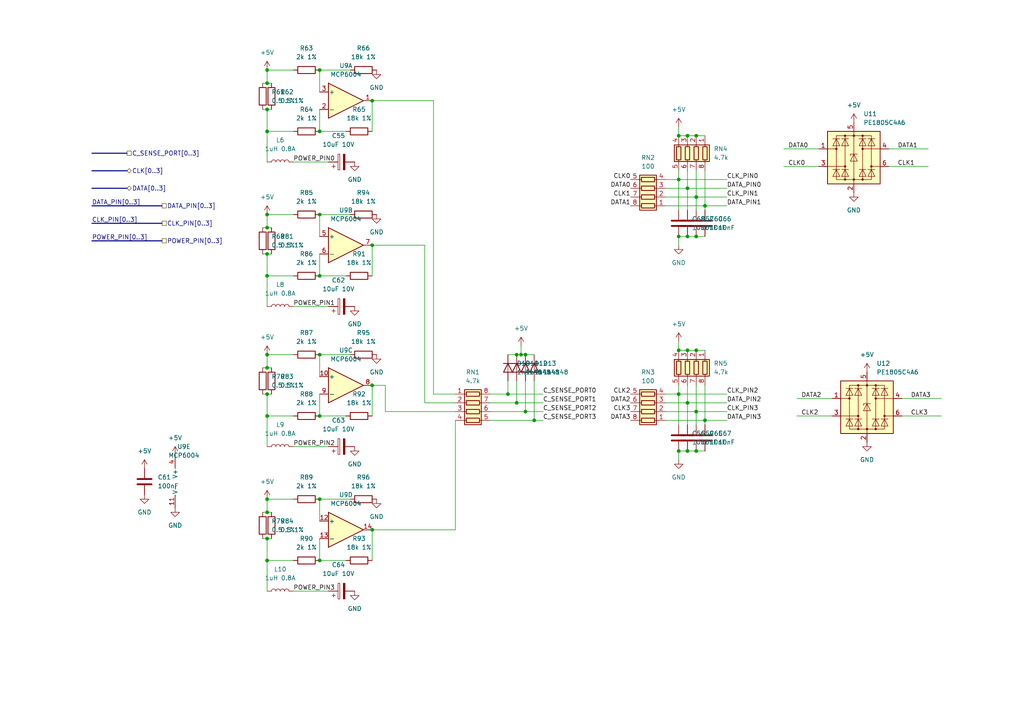
<source format=kicad_sch>
(kicad_sch (version 20211123) (generator eeschema)

  (uuid 9a99dbd2-304d-4df1-9692-1f266420991a)

  (paper "A4")

  (lib_symbols
    (symbol "Amplifier_Operational:MCP6004" (pin_names (offset 0.127)) (in_bom yes) (on_board yes)
      (property "Reference" "U" (id 0) (at 0 5.08 0)
        (effects (font (size 1.27 1.27)) (justify left))
      )
      (property "Value" "MCP6004" (id 1) (at 0 -5.08 0)
        (effects (font (size 1.27 1.27)) (justify left))
      )
      (property "Footprint" "" (id 2) (at -1.27 2.54 0)
        (effects (font (size 1.27 1.27)) hide)
      )
      (property "Datasheet" "http://ww1.microchip.com/downloads/en/DeviceDoc/21733j.pdf" (id 3) (at 1.27 5.08 0)
        (effects (font (size 1.27 1.27)) hide)
      )
      (property "ki_locked" "" (id 4) (at 0 0 0)
        (effects (font (size 1.27 1.27)))
      )
      (property "ki_keywords" "quad opamp" (id 5) (at 0 0 0)
        (effects (font (size 1.27 1.27)) hide)
      )
      (property "ki_description" "1MHz, Low-Power Op Amp, DIP-14/SOIC-14/TSSOP-14" (id 6) (at 0 0 0)
        (effects (font (size 1.27 1.27)) hide)
      )
      (property "ki_fp_filters" "SOIC*3.9x8.7mm*P1.27mm* DIP*W7.62mm* TSSOP*4.4x5mm*P0.65mm* SSOP*5.3x6.2mm*P0.65mm* MSOP*3x3mm*P0.5mm*" (id 7) (at 0 0 0)
        (effects (font (size 1.27 1.27)) hide)
      )
      (symbol "MCP6004_1_1"
        (polyline
          (pts
            (xy -5.08 5.08)
            (xy 5.08 0)
            (xy -5.08 -5.08)
            (xy -5.08 5.08)
          )
          (stroke (width 0.254) (type default) (color 0 0 0 0))
          (fill (type background))
        )
        (pin output line (at 7.62 0 180) (length 2.54)
          (name "~" (effects (font (size 1.27 1.27))))
          (number "1" (effects (font (size 1.27 1.27))))
        )
        (pin input line (at -7.62 -2.54 0) (length 2.54)
          (name "-" (effects (font (size 1.27 1.27))))
          (number "2" (effects (font (size 1.27 1.27))))
        )
        (pin input line (at -7.62 2.54 0) (length 2.54)
          (name "+" (effects (font (size 1.27 1.27))))
          (number "3" (effects (font (size 1.27 1.27))))
        )
      )
      (symbol "MCP6004_2_1"
        (polyline
          (pts
            (xy -5.08 5.08)
            (xy 5.08 0)
            (xy -5.08 -5.08)
            (xy -5.08 5.08)
          )
          (stroke (width 0.254) (type default) (color 0 0 0 0))
          (fill (type background))
        )
        (pin input line (at -7.62 2.54 0) (length 2.54)
          (name "+" (effects (font (size 1.27 1.27))))
          (number "5" (effects (font (size 1.27 1.27))))
        )
        (pin input line (at -7.62 -2.54 0) (length 2.54)
          (name "-" (effects (font (size 1.27 1.27))))
          (number "6" (effects (font (size 1.27 1.27))))
        )
        (pin output line (at 7.62 0 180) (length 2.54)
          (name "~" (effects (font (size 1.27 1.27))))
          (number "7" (effects (font (size 1.27 1.27))))
        )
      )
      (symbol "MCP6004_3_1"
        (polyline
          (pts
            (xy -5.08 5.08)
            (xy 5.08 0)
            (xy -5.08 -5.08)
            (xy -5.08 5.08)
          )
          (stroke (width 0.254) (type default) (color 0 0 0 0))
          (fill (type background))
        )
        (pin input line (at -7.62 2.54 0) (length 2.54)
          (name "+" (effects (font (size 1.27 1.27))))
          (number "10" (effects (font (size 1.27 1.27))))
        )
        (pin output line (at 7.62 0 180) (length 2.54)
          (name "~" (effects (font (size 1.27 1.27))))
          (number "8" (effects (font (size 1.27 1.27))))
        )
        (pin input line (at -7.62 -2.54 0) (length 2.54)
          (name "-" (effects (font (size 1.27 1.27))))
          (number "9" (effects (font (size 1.27 1.27))))
        )
      )
      (symbol "MCP6004_4_1"
        (polyline
          (pts
            (xy -5.08 5.08)
            (xy 5.08 0)
            (xy -5.08 -5.08)
            (xy -5.08 5.08)
          )
          (stroke (width 0.254) (type default) (color 0 0 0 0))
          (fill (type background))
        )
        (pin input line (at -7.62 2.54 0) (length 2.54)
          (name "+" (effects (font (size 1.27 1.27))))
          (number "12" (effects (font (size 1.27 1.27))))
        )
        (pin input line (at -7.62 -2.54 0) (length 2.54)
          (name "-" (effects (font (size 1.27 1.27))))
          (number "13" (effects (font (size 1.27 1.27))))
        )
        (pin output line (at 7.62 0 180) (length 2.54)
          (name "~" (effects (font (size 1.27 1.27))))
          (number "14" (effects (font (size 1.27 1.27))))
        )
      )
      (symbol "MCP6004_5_1"
        (pin power_in line (at -2.54 -7.62 90) (length 3.81)
          (name "V-" (effects (font (size 1.27 1.27))))
          (number "11" (effects (font (size 1.27 1.27))))
        )
        (pin power_in line (at -2.54 7.62 270) (length 3.81)
          (name "V+" (effects (font (size 1.27 1.27))))
          (number "4" (effects (font (size 1.27 1.27))))
        )
      )
    )
    (symbol "Device:C" (pin_numbers hide) (pin_names (offset 0.254)) (in_bom yes) (on_board yes)
      (property "Reference" "C" (id 0) (at 0.635 2.54 0)
        (effects (font (size 1.27 1.27)) (justify left))
      )
      (property "Value" "C" (id 1) (at 0.635 -2.54 0)
        (effects (font (size 1.27 1.27)) (justify left))
      )
      (property "Footprint" "" (id 2) (at 0.9652 -3.81 0)
        (effects (font (size 1.27 1.27)) hide)
      )
      (property "Datasheet" "~" (id 3) (at 0 0 0)
        (effects (font (size 1.27 1.27)) hide)
      )
      (property "ki_keywords" "cap capacitor" (id 4) (at 0 0 0)
        (effects (font (size 1.27 1.27)) hide)
      )
      (property "ki_description" "Unpolarized capacitor" (id 5) (at 0 0 0)
        (effects (font (size 1.27 1.27)) hide)
      )
      (property "ki_fp_filters" "C_*" (id 6) (at 0 0 0)
        (effects (font (size 1.27 1.27)) hide)
      )
      (symbol "C_0_1"
        (polyline
          (pts
            (xy -2.032 -0.762)
            (xy 2.032 -0.762)
          )
          (stroke (width 0.508) (type default) (color 0 0 0 0))
          (fill (type none))
        )
        (polyline
          (pts
            (xy -2.032 0.762)
            (xy 2.032 0.762)
          )
          (stroke (width 0.508) (type default) (color 0 0 0 0))
          (fill (type none))
        )
      )
      (symbol "C_1_1"
        (pin passive line (at 0 3.81 270) (length 2.794)
          (name "~" (effects (font (size 1.27 1.27))))
          (number "1" (effects (font (size 1.27 1.27))))
        )
        (pin passive line (at 0 -3.81 90) (length 2.794)
          (name "~" (effects (font (size 1.27 1.27))))
          (number "2" (effects (font (size 1.27 1.27))))
        )
      )
    )
    (symbol "Device:C_Polarized" (pin_numbers hide) (pin_names (offset 0.254)) (in_bom yes) (on_board yes)
      (property "Reference" "C" (id 0) (at 0.635 2.54 0)
        (effects (font (size 1.27 1.27)) (justify left))
      )
      (property "Value" "C_Polarized" (id 1) (at 0.635 -2.54 0)
        (effects (font (size 1.27 1.27)) (justify left))
      )
      (property "Footprint" "" (id 2) (at 0.9652 -3.81 0)
        (effects (font (size 1.27 1.27)) hide)
      )
      (property "Datasheet" "~" (id 3) (at 0 0 0)
        (effects (font (size 1.27 1.27)) hide)
      )
      (property "ki_keywords" "cap capacitor" (id 4) (at 0 0 0)
        (effects (font (size 1.27 1.27)) hide)
      )
      (property "ki_description" "Polarized capacitor" (id 5) (at 0 0 0)
        (effects (font (size 1.27 1.27)) hide)
      )
      (property "ki_fp_filters" "CP_*" (id 6) (at 0 0 0)
        (effects (font (size 1.27 1.27)) hide)
      )
      (symbol "C_Polarized_0_1"
        (rectangle (start -2.286 0.508) (end 2.286 1.016)
          (stroke (width 0) (type default) (color 0 0 0 0))
          (fill (type none))
        )
        (polyline
          (pts
            (xy -1.778 2.286)
            (xy -0.762 2.286)
          )
          (stroke (width 0) (type default) (color 0 0 0 0))
          (fill (type none))
        )
        (polyline
          (pts
            (xy -1.27 2.794)
            (xy -1.27 1.778)
          )
          (stroke (width 0) (type default) (color 0 0 0 0))
          (fill (type none))
        )
        (rectangle (start 2.286 -0.508) (end -2.286 -1.016)
          (stroke (width 0) (type default) (color 0 0 0 0))
          (fill (type outline))
        )
      )
      (symbol "C_Polarized_1_1"
        (pin passive line (at 0 3.81 270) (length 2.794)
          (name "~" (effects (font (size 1.27 1.27))))
          (number "1" (effects (font (size 1.27 1.27))))
        )
        (pin passive line (at 0 -3.81 90) (length 2.794)
          (name "~" (effects (font (size 1.27 1.27))))
          (number "2" (effects (font (size 1.27 1.27))))
        )
      )
    )
    (symbol "Device:D" (pin_numbers hide) (pin_names (offset 1.016) hide) (in_bom yes) (on_board yes)
      (property "Reference" "D" (id 0) (at 0 2.54 0)
        (effects (font (size 1.27 1.27)))
      )
      (property "Value" "D" (id 1) (at 0 -2.54 0)
        (effects (font (size 1.27 1.27)))
      )
      (property "Footprint" "" (id 2) (at 0 0 0)
        (effects (font (size 1.27 1.27)) hide)
      )
      (property "Datasheet" "~" (id 3) (at 0 0 0)
        (effects (font (size 1.27 1.27)) hide)
      )
      (property "ki_keywords" "diode" (id 4) (at 0 0 0)
        (effects (font (size 1.27 1.27)) hide)
      )
      (property "ki_description" "Diode" (id 5) (at 0 0 0)
        (effects (font (size 1.27 1.27)) hide)
      )
      (property "ki_fp_filters" "TO-???* *_Diode_* *SingleDiode* D_*" (id 6) (at 0 0 0)
        (effects (font (size 1.27 1.27)) hide)
      )
      (symbol "D_0_1"
        (polyline
          (pts
            (xy -1.27 1.27)
            (xy -1.27 -1.27)
          )
          (stroke (width 0.254) (type default) (color 0 0 0 0))
          (fill (type none))
        )
        (polyline
          (pts
            (xy 1.27 0)
            (xy -1.27 0)
          )
          (stroke (width 0) (type default) (color 0 0 0 0))
          (fill (type none))
        )
        (polyline
          (pts
            (xy 1.27 1.27)
            (xy 1.27 -1.27)
            (xy -1.27 0)
            (xy 1.27 1.27)
          )
          (stroke (width 0.254) (type default) (color 0 0 0 0))
          (fill (type none))
        )
      )
      (symbol "D_1_1"
        (pin passive line (at -3.81 0 0) (length 2.54)
          (name "K" (effects (font (size 1.27 1.27))))
          (number "1" (effects (font (size 1.27 1.27))))
        )
        (pin passive line (at 3.81 0 180) (length 2.54)
          (name "A" (effects (font (size 1.27 1.27))))
          (number "2" (effects (font (size 1.27 1.27))))
        )
      )
    )
    (symbol "Device:L" (pin_numbers hide) (pin_names (offset 1.016) hide) (in_bom yes) (on_board yes)
      (property "Reference" "L" (id 0) (at -1.27 0 90)
        (effects (font (size 1.27 1.27)))
      )
      (property "Value" "L" (id 1) (at 1.905 0 90)
        (effects (font (size 1.27 1.27)))
      )
      (property "Footprint" "" (id 2) (at 0 0 0)
        (effects (font (size 1.27 1.27)) hide)
      )
      (property "Datasheet" "~" (id 3) (at 0 0 0)
        (effects (font (size 1.27 1.27)) hide)
      )
      (property "ki_keywords" "inductor choke coil reactor magnetic" (id 4) (at 0 0 0)
        (effects (font (size 1.27 1.27)) hide)
      )
      (property "ki_description" "Inductor" (id 5) (at 0 0 0)
        (effects (font (size 1.27 1.27)) hide)
      )
      (property "ki_fp_filters" "Choke_* *Coil* Inductor_* L_*" (id 6) (at 0 0 0)
        (effects (font (size 1.27 1.27)) hide)
      )
      (symbol "L_0_1"
        (arc (start 0 -2.54) (mid 0.635 -1.905) (end 0 -1.27)
          (stroke (width 0) (type default) (color 0 0 0 0))
          (fill (type none))
        )
        (arc (start 0 -1.27) (mid 0.635 -0.635) (end 0 0)
          (stroke (width 0) (type default) (color 0 0 0 0))
          (fill (type none))
        )
        (arc (start 0 0) (mid 0.635 0.635) (end 0 1.27)
          (stroke (width 0) (type default) (color 0 0 0 0))
          (fill (type none))
        )
        (arc (start 0 1.27) (mid 0.635 1.905) (end 0 2.54)
          (stroke (width 0) (type default) (color 0 0 0 0))
          (fill (type none))
        )
      )
      (symbol "L_1_1"
        (pin passive line (at 0 3.81 270) (length 1.27)
          (name "1" (effects (font (size 1.27 1.27))))
          (number "1" (effects (font (size 1.27 1.27))))
        )
        (pin passive line (at 0 -3.81 90) (length 1.27)
          (name "2" (effects (font (size 1.27 1.27))))
          (number "2" (effects (font (size 1.27 1.27))))
        )
      )
    )
    (symbol "Device:R" (pin_numbers hide) (pin_names (offset 0)) (in_bom yes) (on_board yes)
      (property "Reference" "R" (id 0) (at 2.032 0 90)
        (effects (font (size 1.27 1.27)))
      )
      (property "Value" "R" (id 1) (at 0 0 90)
        (effects (font (size 1.27 1.27)))
      )
      (property "Footprint" "" (id 2) (at -1.778 0 90)
        (effects (font (size 1.27 1.27)) hide)
      )
      (property "Datasheet" "~" (id 3) (at 0 0 0)
        (effects (font (size 1.27 1.27)) hide)
      )
      (property "ki_keywords" "R res resistor" (id 4) (at 0 0 0)
        (effects (font (size 1.27 1.27)) hide)
      )
      (property "ki_description" "Resistor" (id 5) (at 0 0 0)
        (effects (font (size 1.27 1.27)) hide)
      )
      (property "ki_fp_filters" "R_*" (id 6) (at 0 0 0)
        (effects (font (size 1.27 1.27)) hide)
      )
      (symbol "R_0_1"
        (rectangle (start -1.016 -2.54) (end 1.016 2.54)
          (stroke (width 0.254) (type default) (color 0 0 0 0))
          (fill (type none))
        )
      )
      (symbol "R_1_1"
        (pin passive line (at 0 3.81 270) (length 1.27)
          (name "~" (effects (font (size 1.27 1.27))))
          (number "1" (effects (font (size 1.27 1.27))))
        )
        (pin passive line (at 0 -3.81 90) (length 1.27)
          (name "~" (effects (font (size 1.27 1.27))))
          (number "2" (effects (font (size 1.27 1.27))))
        )
      )
    )
    (symbol "Device:R_Pack04" (pin_names (offset 0) hide) (in_bom yes) (on_board yes)
      (property "Reference" "RN" (id 0) (at -7.62 0 90)
        (effects (font (size 1.27 1.27)))
      )
      (property "Value" "R_Pack04" (id 1) (at 5.08 0 90)
        (effects (font (size 1.27 1.27)))
      )
      (property "Footprint" "" (id 2) (at 6.985 0 90)
        (effects (font (size 1.27 1.27)) hide)
      )
      (property "Datasheet" "~" (id 3) (at 0 0 0)
        (effects (font (size 1.27 1.27)) hide)
      )
      (property "ki_keywords" "R network parallel topology isolated" (id 4) (at 0 0 0)
        (effects (font (size 1.27 1.27)) hide)
      )
      (property "ki_description" "4 resistor network, parallel topology" (id 5) (at 0 0 0)
        (effects (font (size 1.27 1.27)) hide)
      )
      (property "ki_fp_filters" "DIP* SOIC* R*Array*Concave* R*Array*Convex*" (id 6) (at 0 0 0)
        (effects (font (size 1.27 1.27)) hide)
      )
      (symbol "R_Pack04_0_1"
        (rectangle (start -6.35 -2.413) (end 3.81 2.413)
          (stroke (width 0.254) (type default) (color 0 0 0 0))
          (fill (type background))
        )
        (rectangle (start -5.715 1.905) (end -4.445 -1.905)
          (stroke (width 0.254) (type default) (color 0 0 0 0))
          (fill (type none))
        )
        (rectangle (start -3.175 1.905) (end -1.905 -1.905)
          (stroke (width 0.254) (type default) (color 0 0 0 0))
          (fill (type none))
        )
        (rectangle (start -0.635 1.905) (end 0.635 -1.905)
          (stroke (width 0.254) (type default) (color 0 0 0 0))
          (fill (type none))
        )
        (polyline
          (pts
            (xy -5.08 -2.54)
            (xy -5.08 -1.905)
          )
          (stroke (width 0) (type default) (color 0 0 0 0))
          (fill (type none))
        )
        (polyline
          (pts
            (xy -5.08 1.905)
            (xy -5.08 2.54)
          )
          (stroke (width 0) (type default) (color 0 0 0 0))
          (fill (type none))
        )
        (polyline
          (pts
            (xy -2.54 -2.54)
            (xy -2.54 -1.905)
          )
          (stroke (width 0) (type default) (color 0 0 0 0))
          (fill (type none))
        )
        (polyline
          (pts
            (xy -2.54 1.905)
            (xy -2.54 2.54)
          )
          (stroke (width 0) (type default) (color 0 0 0 0))
          (fill (type none))
        )
        (polyline
          (pts
            (xy 0 -2.54)
            (xy 0 -1.905)
          )
          (stroke (width 0) (type default) (color 0 0 0 0))
          (fill (type none))
        )
        (polyline
          (pts
            (xy 0 1.905)
            (xy 0 2.54)
          )
          (stroke (width 0) (type default) (color 0 0 0 0))
          (fill (type none))
        )
        (polyline
          (pts
            (xy 2.54 -2.54)
            (xy 2.54 -1.905)
          )
          (stroke (width 0) (type default) (color 0 0 0 0))
          (fill (type none))
        )
        (polyline
          (pts
            (xy 2.54 1.905)
            (xy 2.54 2.54)
          )
          (stroke (width 0) (type default) (color 0 0 0 0))
          (fill (type none))
        )
        (rectangle (start 1.905 1.905) (end 3.175 -1.905)
          (stroke (width 0.254) (type default) (color 0 0 0 0))
          (fill (type none))
        )
      )
      (symbol "R_Pack04_1_1"
        (pin passive line (at -5.08 -5.08 90) (length 2.54)
          (name "R1.1" (effects (font (size 1.27 1.27))))
          (number "1" (effects (font (size 1.27 1.27))))
        )
        (pin passive line (at -2.54 -5.08 90) (length 2.54)
          (name "R2.1" (effects (font (size 1.27 1.27))))
          (number "2" (effects (font (size 1.27 1.27))))
        )
        (pin passive line (at 0 -5.08 90) (length 2.54)
          (name "R3.1" (effects (font (size 1.27 1.27))))
          (number "3" (effects (font (size 1.27 1.27))))
        )
        (pin passive line (at 2.54 -5.08 90) (length 2.54)
          (name "R4.1" (effects (font (size 1.27 1.27))))
          (number "4" (effects (font (size 1.27 1.27))))
        )
        (pin passive line (at 2.54 5.08 270) (length 2.54)
          (name "R4.2" (effects (font (size 1.27 1.27))))
          (number "5" (effects (font (size 1.27 1.27))))
        )
        (pin passive line (at 0 5.08 270) (length 2.54)
          (name "R3.2" (effects (font (size 1.27 1.27))))
          (number "6" (effects (font (size 1.27 1.27))))
        )
        (pin passive line (at -2.54 5.08 270) (length 2.54)
          (name "R2.2" (effects (font (size 1.27 1.27))))
          (number "7" (effects (font (size 1.27 1.27))))
        )
        (pin passive line (at -5.08 5.08 270) (length 2.54)
          (name "R1.2" (effects (font (size 1.27 1.27))))
          (number "8" (effects (font (size 1.27 1.27))))
        )
      )
    )
    (symbol "Power_Protection:USBLC6-4SC6" (pin_names hide) (in_bom yes) (on_board yes)
      (property "Reference" "U" (id 0) (at 2.54 8.89 0)
        (effects (font (size 1.27 1.27)) (justify left))
      )
      (property "Value" "USBLC6-4SC6" (id 1) (at 2.54 -8.89 0)
        (effects (font (size 1.27 1.27)) (justify left))
      )
      (property "Footprint" "Package_TO_SOT_SMD:SOT-23-6" (id 2) (at 0 -12.7 0)
        (effects (font (size 1.27 1.27)) hide)
      )
      (property "Datasheet" "https://www.st.com/resource/en/datasheet/usblc6-4.pdf" (id 3) (at 5.08 8.89 0)
        (effects (font (size 1.27 1.27)) hide)
      )
      (property "ki_keywords" "usb ethernet sim card video" (id 4) (at 0 0 0)
        (effects (font (size 1.27 1.27)) hide)
      )
      (property "ki_description" "Very low capacitance ESD protection diode, 4 data-line, SOT-23-6" (id 5) (at 0 0 0)
        (effects (font (size 1.27 1.27)) hide)
      )
      (property "ki_fp_filters" "SOT?23*" (id 6) (at 0 0 0)
        (effects (font (size 1.27 1.27)) hide)
      )
      (symbol "USBLC6-4SC6_0_1"
        (rectangle (start -7.62 -7.62) (end 7.62 7.62)
          (stroke (width 0.254) (type default) (color 0 0 0 0))
          (fill (type background))
        )
        (circle (center -5.08 2.54) (radius 0.254)
          (stroke (width 0) (type default) (color 0 0 0 0))
          (fill (type outline))
        )
        (circle (center -2.54 -6.35) (radius 0.254)
          (stroke (width 0) (type default) (color 0 0 0 0))
          (fill (type outline))
        )
        (circle (center -2.54 -2.54) (radius 0.254)
          (stroke (width 0) (type default) (color 0 0 0 0))
          (fill (type outline))
        )
        (circle (center -2.54 6.35) (radius 0.254)
          (stroke (width 0) (type default) (color 0 0 0 0))
          (fill (type outline))
        )
        (rectangle (start -2.54 6.35) (end 2.54 -6.35)
          (stroke (width 0) (type default) (color 0 0 0 0))
          (fill (type none))
        )
        (circle (center 0 -6.35) (radius 0.254)
          (stroke (width 0) (type default) (color 0 0 0 0))
          (fill (type outline))
        )
        (polyline
          (pts
            (xy -5.08 2.54)
            (xy -7.62 2.54)
          )
          (stroke (width 0) (type default) (color 0 0 0 0))
          (fill (type none))
        )
        (polyline
          (pts
            (xy -4.064 -3.429)
            (xy -6.096 -3.429)
          )
          (stroke (width 0) (type default) (color 0 0 0 0))
          (fill (type none))
        )
        (polyline
          (pts
            (xy -4.064 5.461)
            (xy -6.096 5.461)
          )
          (stroke (width 0) (type default) (color 0 0 0 0))
          (fill (type none))
        )
        (polyline
          (pts
            (xy -2.54 -2.54)
            (xy -7.62 -2.54)
          )
          (stroke (width 0) (type default) (color 0 0 0 0))
          (fill (type none))
        )
        (polyline
          (pts
            (xy -1.524 -3.429)
            (xy -3.556 -3.429)
          )
          (stroke (width 0) (type default) (color 0 0 0 0))
          (fill (type none))
        )
        (polyline
          (pts
            (xy -1.524 5.461)
            (xy -3.556 5.461)
          )
          (stroke (width 0) (type default) (color 0 0 0 0))
          (fill (type none))
        )
        (polyline
          (pts
            (xy 0 -7.62)
            (xy 0 -6.35)
          )
          (stroke (width 0) (type default) (color 0 0 0 0))
          (fill (type none))
        )
        (polyline
          (pts
            (xy 0 -6.35)
            (xy 0 1.27)
          )
          (stroke (width 0) (type default) (color 0 0 0 0))
          (fill (type none))
        )
        (polyline
          (pts
            (xy 0 1.27)
            (xy 0 6.35)
          )
          (stroke (width 0) (type default) (color 0 0 0 0))
          (fill (type none))
        )
        (polyline
          (pts
            (xy 0 6.35)
            (xy 0 7.62)
          )
          (stroke (width 0) (type default) (color 0 0 0 0))
          (fill (type none))
        )
        (polyline
          (pts
            (xy 1.524 -3.429)
            (xy 3.556 -3.429)
          )
          (stroke (width 0) (type default) (color 0 0 0 0))
          (fill (type none))
        )
        (polyline
          (pts
            (xy 1.524 5.461)
            (xy 3.556 5.461)
          )
          (stroke (width 0) (type default) (color 0 0 0 0))
          (fill (type none))
        )
        (polyline
          (pts
            (xy 2.54 2.54)
            (xy 7.62 2.54)
          )
          (stroke (width 0) (type default) (color 0 0 0 0))
          (fill (type none))
        )
        (polyline
          (pts
            (xy 4.064 -3.429)
            (xy 6.096 -3.429)
          )
          (stroke (width 0) (type default) (color 0 0 0 0))
          (fill (type none))
        )
        (polyline
          (pts
            (xy 4.064 5.461)
            (xy 6.096 5.461)
          )
          (stroke (width 0) (type default) (color 0 0 0 0))
          (fill (type none))
        )
        (polyline
          (pts
            (xy 5.08 -2.54)
            (xy 7.62 -2.54)
          )
          (stroke (width 0) (type default) (color 0 0 0 0))
          (fill (type none))
        )
        (polyline
          (pts
            (xy -6.096 -5.461)
            (xy -4.064 -5.461)
            (xy -5.08 -3.429)
            (xy -6.096 -5.461)
          )
          (stroke (width 0) (type default) (color 0 0 0 0))
          (fill (type none))
        )
        (polyline
          (pts
            (xy -6.096 3.429)
            (xy -4.064 3.429)
            (xy -5.08 5.461)
            (xy -6.096 3.429)
          )
          (stroke (width 0) (type default) (color 0 0 0 0))
          (fill (type none))
        )
        (polyline
          (pts
            (xy -3.556 -5.461)
            (xy -1.524 -5.461)
            (xy -2.54 -3.429)
            (xy -3.556 -5.461)
          )
          (stroke (width 0) (type default) (color 0 0 0 0))
          (fill (type none))
        )
        (polyline
          (pts
            (xy -3.556 3.429)
            (xy -1.524 3.429)
            (xy -2.54 5.461)
            (xy -3.556 3.429)
          )
          (stroke (width 0) (type default) (color 0 0 0 0))
          (fill (type none))
        )
        (polyline
          (pts
            (xy -2.54 6.35)
            (xy -5.08 6.35)
            (xy -5.08 -6.35)
            (xy -2.54 -6.35)
          )
          (stroke (width 0) (type default) (color 0 0 0 0))
          (fill (type none))
        )
        (polyline
          (pts
            (xy -1.016 -1.016)
            (xy 1.016 -1.016)
            (xy 0 1.016)
            (xy -1.016 -1.016)
          )
          (stroke (width 0) (type default) (color 0 0 0 0))
          (fill (type none))
        )
        (polyline
          (pts
            (xy 1.016 1.016)
            (xy 0.762 1.016)
            (xy -1.016 1.016)
            (xy -1.016 0.508)
          )
          (stroke (width 0) (type default) (color 0 0 0 0))
          (fill (type none))
        )
        (polyline
          (pts
            (xy 2.54 6.35)
            (xy 5.08 6.35)
            (xy 5.08 -6.35)
            (xy 2.54 -6.35)
          )
          (stroke (width 0) (type default) (color 0 0 0 0))
          (fill (type none))
        )
        (polyline
          (pts
            (xy 3.556 -5.461)
            (xy 1.524 -5.461)
            (xy 2.54 -3.429)
            (xy 3.556 -5.461)
          )
          (stroke (width 0) (type default) (color 0 0 0 0))
          (fill (type none))
        )
        (polyline
          (pts
            (xy 3.556 3.429)
            (xy 1.524 3.429)
            (xy 2.54 5.461)
            (xy 3.556 3.429)
          )
          (stroke (width 0) (type default) (color 0 0 0 0))
          (fill (type none))
        )
        (polyline
          (pts
            (xy 6.096 -5.461)
            (xy 4.064 -5.461)
            (xy 5.08 -3.429)
            (xy 6.096 -5.461)
          )
          (stroke (width 0) (type default) (color 0 0 0 0))
          (fill (type none))
        )
        (polyline
          (pts
            (xy 6.096 3.429)
            (xy 4.064 3.429)
            (xy 5.08 5.461)
            (xy 6.096 3.429)
          )
          (stroke (width 0) (type default) (color 0 0 0 0))
          (fill (type none))
        )
        (circle (center 0 6.35) (radius 0.254)
          (stroke (width 0) (type default) (color 0 0 0 0))
          (fill (type outline))
        )
        (circle (center 2.54 -6.35) (radius 0.254)
          (stroke (width 0) (type default) (color 0 0 0 0))
          (fill (type outline))
        )
        (circle (center 2.54 2.54) (radius 0.254)
          (stroke (width 0) (type default) (color 0 0 0 0))
          (fill (type outline))
        )
        (circle (center 2.54 6.35) (radius 0.254)
          (stroke (width 0) (type default) (color 0 0 0 0))
          (fill (type outline))
        )
        (circle (center 5.08 -2.54) (radius 0.254)
          (stroke (width 0) (type default) (color 0 0 0 0))
          (fill (type outline))
        )
      )
      (symbol "USBLC6-4SC6_1_1"
        (pin passive line (at -10.16 2.54 0) (length 2.54)
          (name "I/O1" (effects (font (size 1.27 1.27))))
          (number "1" (effects (font (size 1.27 1.27))))
        )
        (pin passive line (at 0 -10.16 90) (length 2.54)
          (name "GND" (effects (font (size 1.27 1.27))))
          (number "2" (effects (font (size 1.27 1.27))))
        )
        (pin passive line (at -10.16 -2.54 0) (length 2.54)
          (name "I/O2" (effects (font (size 1.27 1.27))))
          (number "3" (effects (font (size 1.27 1.27))))
        )
        (pin passive line (at 10.16 2.54 180) (length 2.54)
          (name "I/O3" (effects (font (size 1.27 1.27))))
          (number "4" (effects (font (size 1.27 1.27))))
        )
        (pin passive line (at 0 10.16 270) (length 2.54)
          (name "VBUS" (effects (font (size 1.27 1.27))))
          (number "5" (effects (font (size 1.27 1.27))))
        )
        (pin passive line (at 10.16 -2.54 180) (length 2.54)
          (name "I/O4" (effects (font (size 1.27 1.27))))
          (number "6" (effects (font (size 1.27 1.27))))
        )
      )
    )
    (symbol "power:+5V" (power) (pin_names (offset 0)) (in_bom yes) (on_board yes)
      (property "Reference" "#PWR" (id 0) (at 0 -3.81 0)
        (effects (font (size 1.27 1.27)) hide)
      )
      (property "Value" "+5V" (id 1) (at 0 3.556 0)
        (effects (font (size 1.27 1.27)))
      )
      (property "Footprint" "" (id 2) (at 0 0 0)
        (effects (font (size 1.27 1.27)) hide)
      )
      (property "Datasheet" "" (id 3) (at 0 0 0)
        (effects (font (size 1.27 1.27)) hide)
      )
      (property "ki_keywords" "global power" (id 4) (at 0 0 0)
        (effects (font (size 1.27 1.27)) hide)
      )
      (property "ki_description" "Power symbol creates a global label with name \"+5V\"" (id 5) (at 0 0 0)
        (effects (font (size 1.27 1.27)) hide)
      )
      (symbol "+5V_0_1"
        (polyline
          (pts
            (xy -0.762 1.27)
            (xy 0 2.54)
          )
          (stroke (width 0) (type default) (color 0 0 0 0))
          (fill (type none))
        )
        (polyline
          (pts
            (xy 0 0)
            (xy 0 2.54)
          )
          (stroke (width 0) (type default) (color 0 0 0 0))
          (fill (type none))
        )
        (polyline
          (pts
            (xy 0 2.54)
            (xy 0.762 1.27)
          )
          (stroke (width 0) (type default) (color 0 0 0 0))
          (fill (type none))
        )
      )
      (symbol "+5V_1_1"
        (pin power_in line (at 0 0 90) (length 0) hide
          (name "+5V" (effects (font (size 1.27 1.27))))
          (number "1" (effects (font (size 1.27 1.27))))
        )
      )
    )
    (symbol "power:GND" (power) (pin_names (offset 0)) (in_bom yes) (on_board yes)
      (property "Reference" "#PWR" (id 0) (at 0 -6.35 0)
        (effects (font (size 1.27 1.27)) hide)
      )
      (property "Value" "GND" (id 1) (at 0 -3.81 0)
        (effects (font (size 1.27 1.27)))
      )
      (property "Footprint" "" (id 2) (at 0 0 0)
        (effects (font (size 1.27 1.27)) hide)
      )
      (property "Datasheet" "" (id 3) (at 0 0 0)
        (effects (font (size 1.27 1.27)) hide)
      )
      (property "ki_keywords" "global power" (id 4) (at 0 0 0)
        (effects (font (size 1.27 1.27)) hide)
      )
      (property "ki_description" "Power symbol creates a global label with name \"GND\" , ground" (id 5) (at 0 0 0)
        (effects (font (size 1.27 1.27)) hide)
      )
      (symbol "GND_0_1"
        (polyline
          (pts
            (xy 0 0)
            (xy 0 -1.27)
            (xy 1.27 -1.27)
            (xy 0 -2.54)
            (xy -1.27 -1.27)
            (xy 0 -1.27)
          )
          (stroke (width 0) (type default) (color 0 0 0 0))
          (fill (type none))
        )
      )
      (symbol "GND_1_1"
        (pin power_in line (at 0 0 270) (length 0) hide
          (name "GND" (effects (font (size 1.27 1.27))))
          (number "1" (effects (font (size 1.27 1.27))))
        )
      )
    )
  )

  (junction (at 196.85 52.07) (diameter 0) (color 0 0 0 0)
    (uuid 01aa24c6-c896-45ca-a2f5-b72328c2fff4)
  )
  (junction (at 92.71 120.65) (diameter 0) (color 0 0 0 0)
    (uuid 01be7ad3-4b90-4d50-adc9-9367d3e055e3)
  )
  (junction (at 152.4 119.38) (diameter 0) (color 0 0 0 0)
    (uuid 0fddab84-0ce4-42b9-a35e-73f2bce1afc2)
  )
  (junction (at 107.95 111.76) (diameter 0) (color 0 0 0 0)
    (uuid 149ca131-ad3b-4113-8425-be9accf807e1)
  )
  (junction (at 199.39 54.61) (diameter 0) (color 0 0 0 0)
    (uuid 1b32c526-7d9f-4dc8-8c9a-5dc0614ab723)
  )
  (junction (at 92.71 102.87) (diameter 0) (color 0 0 0 0)
    (uuid 22ae5b18-f426-485d-a920-320a21b0c935)
  )
  (junction (at 77.47 102.87) (diameter 0) (color 0 0 0 0)
    (uuid 231cbf71-7968-48b6-82de-85c5f362484d)
  )
  (junction (at 92.71 20.32) (diameter 0) (color 0 0 0 0)
    (uuid 2376afb6-a7a8-4c1e-81c8-233dd370f980)
  )
  (junction (at 201.93 119.38) (diameter 0) (color 0 0 0 0)
    (uuid 34080c39-220a-4f81-8c54-2f564265d59a)
  )
  (junction (at 77.47 66.04) (diameter 0) (color 0 0 0 0)
    (uuid 3591a888-2cd9-4e7d-9e93-6bdce533ee2e)
  )
  (junction (at 154.94 121.92) (diameter 0) (color 0 0 0 0)
    (uuid 45f6ce46-552f-4f33-b030-c18a733a0afc)
  )
  (junction (at 196.85 130.81) (diameter 0) (color 0 0 0 0)
    (uuid 460998d5-efa3-4402-b8f6-a539e7d49024)
  )
  (junction (at 92.71 38.1) (diameter 0) (color 0 0 0 0)
    (uuid 481a1d50-04ca-4937-9481-3c57c8dd148f)
  )
  (junction (at 199.39 39.37) (diameter 0) (color 0 0 0 0)
    (uuid 48a1460f-26d3-422d-a829-92ead5cec3a2)
  )
  (junction (at 149.86 102.87) (diameter 0) (color 0 0 0 0)
    (uuid 4ab05742-ddee-455d-99d2-83186a001731)
  )
  (junction (at 199.39 68.58) (diameter 0) (color 0 0 0 0)
    (uuid 4c435696-9f63-41ec-b240-d14daf7fdd70)
  )
  (junction (at 204.47 121.92) (diameter 0) (color 0 0 0 0)
    (uuid 4f56d1e5-8731-41ba-a4f3-a500fcfe7359)
  )
  (junction (at 77.47 106.68) (diameter 0) (color 0 0 0 0)
    (uuid 51cc0028-f406-4a2f-9cd4-8123a299667f)
  )
  (junction (at 77.47 31.75) (diameter 0) (color 0 0 0 0)
    (uuid 553b22b4-0d65-4e29-ae4c-5820fe2b5b46)
  )
  (junction (at 199.39 130.81) (diameter 0) (color 0 0 0 0)
    (uuid 568e184c-9c93-4d41-a0a4-c0ff4be1a18d)
  )
  (junction (at 199.39 116.84) (diameter 0) (color 0 0 0 0)
    (uuid 59bf147d-98a2-4e79-8e4b-1e55c2b27548)
  )
  (junction (at 201.93 101.6) (diameter 0) (color 0 0 0 0)
    (uuid 5b71be72-bb29-4f7b-a345-cbe15853a6bb)
  )
  (junction (at 151.13 102.87) (diameter 0) (color 0 0 0 0)
    (uuid 5bfbc495-9eb1-413e-8bd5-656b1d00bc4a)
  )
  (junction (at 196.85 68.58) (diameter 0) (color 0 0 0 0)
    (uuid 5d90999a-5c1d-4ddc-ad47-ab12919a4008)
  )
  (junction (at 149.86 116.84) (diameter 0) (color 0 0 0 0)
    (uuid 5e6e2cba-3bda-43d0-8fbd-60a6fc45e702)
  )
  (junction (at 201.93 57.15) (diameter 0) (color 0 0 0 0)
    (uuid 603ad0d2-9f05-4e95-bef4-7a64d48d93a3)
  )
  (junction (at 77.47 80.01) (diameter 0) (color 0 0 0 0)
    (uuid 62f4da84-20b6-4941-ba3c-544cf9e3ee1c)
  )
  (junction (at 77.47 162.56) (diameter 0) (color 0 0 0 0)
    (uuid 687bd614-f32a-41e1-8ac4-578a80167539)
  )
  (junction (at 77.47 24.13) (diameter 0) (color 0 0 0 0)
    (uuid 6e99c9d3-ef05-4dc6-8dd3-1e3ee22285a4)
  )
  (junction (at 77.47 62.23) (diameter 0) (color 0 0 0 0)
    (uuid 7156101a-17d4-41a6-9ab9-c39f2e54d1b2)
  )
  (junction (at 199.39 101.6) (diameter 0) (color 0 0 0 0)
    (uuid 7abae7fd-64fe-4ad6-add8-f2d8fbf2c6d3)
  )
  (junction (at 77.47 148.59) (diameter 0) (color 0 0 0 0)
    (uuid 823f5f88-fee3-4bd2-9eb1-2d0f6e1c191b)
  )
  (junction (at 92.71 80.01) (diameter 0) (color 0 0 0 0)
    (uuid 88e52036-2445-4a4a-a349-fc7d69ff4018)
  )
  (junction (at 196.85 101.6) (diameter 0) (color 0 0 0 0)
    (uuid 89374c7d-70ac-4f72-8b51-6240cec4ce20)
  )
  (junction (at 77.47 20.32) (diameter 0) (color 0 0 0 0)
    (uuid 8d7aa591-078c-47bc-b067-fb127673fbff)
  )
  (junction (at 77.47 144.78) (diameter 0) (color 0 0 0 0)
    (uuid 938d0a16-b2bd-4eee-99a8-b637bd2879d9)
  )
  (junction (at 201.93 39.37) (diameter 0) (color 0 0 0 0)
    (uuid 94564f81-e012-4b1d-891f-8cc90d99338c)
  )
  (junction (at 77.47 38.1) (diameter 0) (color 0 0 0 0)
    (uuid 960a8bc7-b435-41f9-9f69-dd961aa5a2bf)
  )
  (junction (at 92.71 62.23) (diameter 0) (color 0 0 0 0)
    (uuid 996766a0-6d7c-418c-9073-926b511c6386)
  )
  (junction (at 77.47 114.3) (diameter 0) (color 0 0 0 0)
    (uuid adb2b49d-23ce-4fcb-963a-850d9d755e01)
  )
  (junction (at 107.95 71.12) (diameter 0) (color 0 0 0 0)
    (uuid b17170b2-c4df-4467-830f-49f3ceb321aa)
  )
  (junction (at 77.47 120.65) (diameter 0) (color 0 0 0 0)
    (uuid b7818db4-2697-4466-9403-916fb99784eb)
  )
  (junction (at 107.95 153.67) (diameter 0) (color 0 0 0 0)
    (uuid c42c9e33-9aed-4bb7-b15f-ba015834446a)
  )
  (junction (at 77.47 73.66) (diameter 0) (color 0 0 0 0)
    (uuid c46c2ab3-62ce-4103-972d-df9cc54291ae)
  )
  (junction (at 152.4 102.87) (diameter 0) (color 0 0 0 0)
    (uuid c95ce53c-b9da-4063-9a19-153f0392799f)
  )
  (junction (at 196.85 39.37) (diameter 0) (color 0 0 0 0)
    (uuid d120dda7-9ef7-4023-b5da-3fb15763e8b3)
  )
  (junction (at 77.47 156.21) (diameter 0) (color 0 0 0 0)
    (uuid d3ab6d93-e69d-4d43-b58a-8cd2122295cb)
  )
  (junction (at 201.93 68.58) (diameter 0) (color 0 0 0 0)
    (uuid d63e1ba3-7c00-4fcd-ab9d-d5ba3e25be03)
  )
  (junction (at 147.32 114.3) (diameter 0) (color 0 0 0 0)
    (uuid d9041ba1-1788-4335-8002-2364cd39352b)
  )
  (junction (at 92.71 162.56) (diameter 0) (color 0 0 0 0)
    (uuid e086f37b-f492-4ce6-b2a3-130e4c1288af)
  )
  (junction (at 204.47 59.69) (diameter 0) (color 0 0 0 0)
    (uuid edc4ff73-f95a-4728-b762-b2e20f7a45da)
  )
  (junction (at 92.71 144.78) (diameter 0) (color 0 0 0 0)
    (uuid f1a7b548-0b44-4c45-901f-817069b6fc56)
  )
  (junction (at 196.85 114.3) (diameter 0) (color 0 0 0 0)
    (uuid fa8077a5-eb02-4a50-a9d3-13ba01cedcc3)
  )
  (junction (at 201.93 130.81) (diameter 0) (color 0 0 0 0)
    (uuid fe73d15e-fecf-465c-a73f-5aac83936ef7)
  )
  (junction (at 107.95 29.21) (diameter 0) (color 0 0 0 0)
    (uuid ff6d9267-b1f3-46ee-888a-0990364a52df)
  )

  (wire (pts (xy 193.04 119.38) (xy 201.93 119.38))
    (stroke (width 0) (type default) (color 0 0 0 0))
    (uuid 043d8f08-48f1-4736-9984-3d17db95deed)
  )
  (wire (pts (xy 142.24 114.3) (xy 147.32 114.3))
    (stroke (width 0) (type default) (color 0 0 0 0))
    (uuid 04f63f19-0c9a-4294-87d5-43d6485fe5b7)
  )
  (wire (pts (xy 147.32 114.3) (xy 157.48 114.3))
    (stroke (width 0) (type default) (color 0 0 0 0))
    (uuid 05884ae9-773d-484a-b658-c91a80350ac9)
  )
  (wire (pts (xy 204.47 121.92) (xy 210.82 121.92))
    (stroke (width 0) (type default) (color 0 0 0 0))
    (uuid 0693657b-247e-4038-8166-16130d50a4a1)
  )
  (wire (pts (xy 107.95 71.12) (xy 123.19 71.12))
    (stroke (width 0) (type default) (color 0 0 0 0))
    (uuid 080705d6-b014-450e-aa66-56ce57e13946)
  )
  (wire (pts (xy 204.47 121.92) (xy 204.47 111.76))
    (stroke (width 0) (type default) (color 0 0 0 0))
    (uuid 0a93f679-b970-43ed-a97b-475b4e2ec1f1)
  )
  (wire (pts (xy 149.86 110.49) (xy 149.86 116.84))
    (stroke (width 0) (type default) (color 0 0 0 0))
    (uuid 0b1157bd-7882-411f-9039-843baca858a6)
  )
  (wire (pts (xy 199.39 116.84) (xy 210.82 116.84))
    (stroke (width 0) (type default) (color 0 0 0 0))
    (uuid 0cd9be93-19eb-4c58-bc3d-9908c1a6330d)
  )
  (wire (pts (xy 77.47 156.21) (xy 78.74 156.21))
    (stroke (width 0) (type default) (color 0 0 0 0))
    (uuid 0d9173bb-f2cc-433a-b5a4-5c2bba01c5b2)
  )
  (wire (pts (xy 111.76 111.76) (xy 107.95 111.76))
    (stroke (width 0) (type default) (color 0 0 0 0))
    (uuid 1059a255-1b0e-438b-8a00-776937f5e08d)
  )
  (wire (pts (xy 77.47 148.59) (xy 78.74 148.59))
    (stroke (width 0) (type default) (color 0 0 0 0))
    (uuid 126581c7-74f6-46ed-bd0b-ffe11f9215da)
  )
  (wire (pts (xy 201.93 68.58) (xy 204.47 68.58))
    (stroke (width 0) (type default) (color 0 0 0 0))
    (uuid 13c72f9d-b80a-4b51-b13a-f3afbd4d5fd2)
  )
  (wire (pts (xy 77.47 162.56) (xy 77.47 171.45))
    (stroke (width 0) (type default) (color 0 0 0 0))
    (uuid 15b434ef-59ed-4be2-95a7-eee00770f2eb)
  )
  (wire (pts (xy 147.32 102.87) (xy 149.86 102.87))
    (stroke (width 0) (type default) (color 0 0 0 0))
    (uuid 1636656d-eaf8-4998-8f5c-3dc08d0be466)
  )
  (wire (pts (xy 199.39 116.84) (xy 199.39 111.76))
    (stroke (width 0) (type default) (color 0 0 0 0))
    (uuid 17a7c54c-8339-435e-8b3c-8f39a10b0cc3)
  )
  (wire (pts (xy 77.47 106.68) (xy 78.74 106.68))
    (stroke (width 0) (type default) (color 0 0 0 0))
    (uuid 17d23545-6c38-4baf-94c3-b0f2ae7adadb)
  )
  (wire (pts (xy 77.47 162.56) (xy 85.09 162.56))
    (stroke (width 0) (type default) (color 0 0 0 0))
    (uuid 205e6ff4-900b-40cd-b3e9-67d8487d95f5)
  )
  (wire (pts (xy 92.71 144.78) (xy 101.6 144.78))
    (stroke (width 0) (type default) (color 0 0 0 0))
    (uuid 2070b8b4-c0fa-49df-a0fb-44b91987e68b)
  )
  (wire (pts (xy 77.47 31.75) (xy 78.74 31.75))
    (stroke (width 0) (type default) (color 0 0 0 0))
    (uuid 226b27d0-b183-4ed7-920c-4ac19824a443)
  )
  (bus (pts (xy 26.67 64.77) (xy 46.99 64.77))
    (stroke (width 0) (type default) (color 0 0 0 0))
    (uuid 24ebe94e-805a-4c96-ba4a-85ec323d8147)
  )

  (wire (pts (xy 77.47 80.01) (xy 77.47 88.9))
    (stroke (width 0) (type default) (color 0 0 0 0))
    (uuid 2776815a-acd8-4468-802a-dcccd57246a4)
  )
  (wire (pts (xy 76.2 73.66) (xy 77.47 73.66))
    (stroke (width 0) (type default) (color 0 0 0 0))
    (uuid 2a7d2736-084c-42df-9d8a-bce0d6db6008)
  )
  (wire (pts (xy 196.85 114.3) (xy 210.82 114.3))
    (stroke (width 0) (type default) (color 0 0 0 0))
    (uuid 2c57e2a6-09c2-46ed-82e8-bd5c5d50f53f)
  )
  (wire (pts (xy 142.24 116.84) (xy 149.86 116.84))
    (stroke (width 0) (type default) (color 0 0 0 0))
    (uuid 2c813c46-14b4-4242-9d07-c95450ed86c4)
  )
  (wire (pts (xy 107.95 29.21) (xy 107.95 38.1))
    (stroke (width 0) (type default) (color 0 0 0 0))
    (uuid 2df31598-34f7-4aa2-a951-16c103ef3adb)
  )
  (wire (pts (xy 193.04 121.92) (xy 204.47 121.92))
    (stroke (width 0) (type default) (color 0 0 0 0))
    (uuid 322f7bbf-e989-4073-a2af-e3a6434d746b)
  )
  (wire (pts (xy 92.71 102.87) (xy 92.71 109.22))
    (stroke (width 0) (type default) (color 0 0 0 0))
    (uuid 32a0ac7c-ccf9-4d83-9e1d-bb7488f700fe)
  )
  (wire (pts (xy 92.71 20.32) (xy 92.71 26.67))
    (stroke (width 0) (type default) (color 0 0 0 0))
    (uuid 35a632b9-9235-4b6c-b5a7-f5a81272eb38)
  )
  (wire (pts (xy 92.71 80.01) (xy 100.33 80.01))
    (stroke (width 0) (type default) (color 0 0 0 0))
    (uuid 37176952-2ec3-4b5c-a90e-773380fdc19b)
  )
  (wire (pts (xy 199.39 39.37) (xy 201.93 39.37))
    (stroke (width 0) (type default) (color 0 0 0 0))
    (uuid 388f2dc0-03a8-477e-b27e-dd85217dc8da)
  )
  (wire (pts (xy 95.25 46.99) (xy 85.09 46.99))
    (stroke (width 0) (type default) (color 0 0 0 0))
    (uuid 3a34fc71-2b11-46ef-938a-25839e415d19)
  )
  (wire (pts (xy 77.47 114.3) (xy 78.74 114.3))
    (stroke (width 0) (type default) (color 0 0 0 0))
    (uuid 3af0832f-8252-4960-b6e4-090baae2b49b)
  )
  (wire (pts (xy 193.04 54.61) (xy 199.39 54.61))
    (stroke (width 0) (type default) (color 0 0 0 0))
    (uuid 3f7476a6-5483-4ffa-b6af-77d43e847815)
  )
  (wire (pts (xy 201.93 101.6) (xy 204.47 101.6))
    (stroke (width 0) (type default) (color 0 0 0 0))
    (uuid 3fde673d-2254-45d3-8fff-4c94df1abf24)
  )
  (wire (pts (xy 77.47 66.04) (xy 78.74 66.04))
    (stroke (width 0) (type default) (color 0 0 0 0))
    (uuid 3fe339a5-8907-496e-a8e4-d5215dc47c6c)
  )
  (wire (pts (xy 95.25 88.9) (xy 85.09 88.9))
    (stroke (width 0) (type default) (color 0 0 0 0))
    (uuid 409151ae-2843-49ea-8e23-c1b3f2ed9fc3)
  )
  (wire (pts (xy 196.85 68.58) (xy 199.39 68.58))
    (stroke (width 0) (type default) (color 0 0 0 0))
    (uuid 41bd90c3-bdeb-48e1-a08c-6697c861945f)
  )
  (wire (pts (xy 107.95 153.67) (xy 132.08 153.67))
    (stroke (width 0) (type default) (color 0 0 0 0))
    (uuid 41cc8e1c-715c-457f-9413-6a9f987258f0)
  )
  (wire (pts (xy 77.47 102.87) (xy 77.47 106.68))
    (stroke (width 0) (type default) (color 0 0 0 0))
    (uuid 447501b4-57d4-4b7e-8d32-09eabef1e6b7)
  )
  (wire (pts (xy 199.39 101.6) (xy 201.93 101.6))
    (stroke (width 0) (type default) (color 0 0 0 0))
    (uuid 44a122dd-8c4d-49e6-bb39-e6d77cf3f4ac)
  )
  (wire (pts (xy 142.24 119.38) (xy 152.4 119.38))
    (stroke (width 0) (type default) (color 0 0 0 0))
    (uuid 4bde9bd2-1f33-4871-8c00-7d456b9273b2)
  )
  (wire (pts (xy 199.39 54.61) (xy 199.39 60.96))
    (stroke (width 0) (type default) (color 0 0 0 0))
    (uuid 4c214199-9082-452e-a3a6-f37028065c12)
  )
  (wire (pts (xy 204.47 121.92) (xy 204.47 123.19))
    (stroke (width 0) (type default) (color 0 0 0 0))
    (uuid 4c812dd6-8a83-47f0-afda-4a92846050c7)
  )
  (wire (pts (xy 196.85 68.58) (xy 196.85 71.12))
    (stroke (width 0) (type default) (color 0 0 0 0))
    (uuid 4ece3f57-315e-49bf-890d-041797a10494)
  )
  (wire (pts (xy 77.47 120.65) (xy 85.09 120.65))
    (stroke (width 0) (type default) (color 0 0 0 0))
    (uuid 4ef70697-aee1-4aaa-acc3-901e925285fd)
  )
  (wire (pts (xy 204.47 59.69) (xy 204.47 60.96))
    (stroke (width 0) (type default) (color 0 0 0 0))
    (uuid 51ab6958-07d9-4656-9ba4-2df5f7127cc9)
  )
  (bus (pts (xy 26.67 44.45) (xy 36.83 44.45))
    (stroke (width 0) (type default) (color 0 0 0 0))
    (uuid 56dbca24-d28c-4c05-bdd5-2d2814a6bc78)
  )

  (wire (pts (xy 193.04 116.84) (xy 199.39 116.84))
    (stroke (width 0) (type default) (color 0 0 0 0))
    (uuid 58cd6001-1409-4365-9612-2b97a1604dde)
  )
  (wire (pts (xy 76.2 66.04) (xy 77.47 66.04))
    (stroke (width 0) (type default) (color 0 0 0 0))
    (uuid 5d7e0a55-8548-4c6a-aa5e-737ec1730eac)
  )
  (wire (pts (xy 193.04 59.69) (xy 204.47 59.69))
    (stroke (width 0) (type default) (color 0 0 0 0))
    (uuid 5e33a275-415d-4c1b-818c-3abbe61597f0)
  )
  (wire (pts (xy 76.2 148.59) (xy 77.47 148.59))
    (stroke (width 0) (type default) (color 0 0 0 0))
    (uuid 5ef7a792-2b09-48ae-b09b-91afb633fdb7)
  )
  (wire (pts (xy 123.19 116.84) (xy 132.08 116.84))
    (stroke (width 0) (type default) (color 0 0 0 0))
    (uuid 5f1c8a6b-820f-4318-80c5-9c393b17d7fd)
  )
  (wire (pts (xy 261.62 120.65) (xy 273.05 120.65))
    (stroke (width 0) (type default) (color 0 0 0 0))
    (uuid 616873c9-350f-419f-ae19-bace89bfe42e)
  )
  (wire (pts (xy 196.85 99.06) (xy 196.85 101.6))
    (stroke (width 0) (type default) (color 0 0 0 0))
    (uuid 61b4bd6c-4e4e-4f93-9fae-de332b17022c)
  )
  (wire (pts (xy 77.47 38.1) (xy 85.09 38.1))
    (stroke (width 0) (type default) (color 0 0 0 0))
    (uuid 61fa7c1a-6cba-43fe-8b16-b1455942972c)
  )
  (bus (pts (xy 26.67 69.85) (xy 46.99 69.85))
    (stroke (width 0) (type default) (color 0 0 0 0))
    (uuid 632057e2-ac52-4184-8b14-3907d6c2c310)
  )

  (wire (pts (xy 199.39 54.61) (xy 210.82 54.61))
    (stroke (width 0) (type default) (color 0 0 0 0))
    (uuid 6340af72-4746-4980-aa99-6318b4a1c2e9)
  )
  (wire (pts (xy 77.47 73.66) (xy 78.74 73.66))
    (stroke (width 0) (type default) (color 0 0 0 0))
    (uuid 6545a65e-1c86-4c20-90fd-ab3447a13e62)
  )
  (wire (pts (xy 132.08 153.67) (xy 132.08 121.92))
    (stroke (width 0) (type default) (color 0 0 0 0))
    (uuid 67738bcd-21f9-41d8-b207-c3ec3763cdf8)
  )
  (wire (pts (xy 92.71 38.1) (xy 100.33 38.1))
    (stroke (width 0) (type default) (color 0 0 0 0))
    (uuid 69b93414-d6e9-41e8-9bd4-9121d78bb486)
  )
  (wire (pts (xy 92.71 31.75) (xy 92.71 38.1))
    (stroke (width 0) (type default) (color 0 0 0 0))
    (uuid 6bbae6d8-6e28-4eb4-a771-f763db4c53d7)
  )
  (wire (pts (xy 204.47 59.69) (xy 204.47 49.53))
    (stroke (width 0) (type default) (color 0 0 0 0))
    (uuid 6c1203a6-9eef-4290-b9c6-599cd7f05b5c)
  )
  (wire (pts (xy 199.39 68.58) (xy 201.93 68.58))
    (stroke (width 0) (type default) (color 0 0 0 0))
    (uuid 6c2a13d7-f7e9-44c1-bb39-d5af140b757e)
  )
  (wire (pts (xy 77.47 20.32) (xy 77.47 24.13))
    (stroke (width 0) (type default) (color 0 0 0 0))
    (uuid 6cc8bf25-995e-405a-a46b-b80c072614e6)
  )
  (wire (pts (xy 111.76 111.76) (xy 111.76 119.38))
    (stroke (width 0) (type default) (color 0 0 0 0))
    (uuid 6d862410-d76c-4d01-86cf-be4578e72c43)
  )
  (wire (pts (xy 142.24 121.92) (xy 154.94 121.92))
    (stroke (width 0) (type default) (color 0 0 0 0))
    (uuid 7030ed9d-6579-4ea0-944c-06ea981b2c4e)
  )
  (wire (pts (xy 92.71 114.3) (xy 92.71 120.65))
    (stroke (width 0) (type default) (color 0 0 0 0))
    (uuid 7035dc67-3eb1-4fc2-9d08-969fecbc8ffc)
  )
  (wire (pts (xy 152.4 119.38) (xy 157.48 119.38))
    (stroke (width 0) (type default) (color 0 0 0 0))
    (uuid 7146cb3e-7f76-40cc-a911-949cb65da281)
  )
  (wire (pts (xy 77.47 80.01) (xy 85.09 80.01))
    (stroke (width 0) (type default) (color 0 0 0 0))
    (uuid 71781d0d-2513-4193-aa27-29e9a8accdea)
  )
  (wire (pts (xy 196.85 52.07) (xy 210.82 52.07))
    (stroke (width 0) (type default) (color 0 0 0 0))
    (uuid 7a0fd606-d232-44df-8f06-1bf9f2224f47)
  )
  (wire (pts (xy 77.47 162.56) (xy 77.47 156.21))
    (stroke (width 0) (type default) (color 0 0 0 0))
    (uuid 7ca6bf8d-058c-4f22-a9e3-843a8ee76ec9)
  )
  (wire (pts (xy 257.81 43.18) (xy 269.24 43.18))
    (stroke (width 0) (type default) (color 0 0 0 0))
    (uuid 7cbe3673-075d-4e0d-beb2-7d2b805ca636)
  )
  (wire (pts (xy 196.85 101.6) (xy 199.39 101.6))
    (stroke (width 0) (type default) (color 0 0 0 0))
    (uuid 7d6782ff-f69d-42bf-a087-2d6105518718)
  )
  (wire (pts (xy 201.93 39.37) (xy 204.47 39.37))
    (stroke (width 0) (type default) (color 0 0 0 0))
    (uuid 8025c414-5f89-4157-90e2-a4dd50d33fd9)
  )
  (wire (pts (xy 85.09 102.87) (xy 77.47 102.87))
    (stroke (width 0) (type default) (color 0 0 0 0))
    (uuid 809cd951-12ad-42f7-8655-e1f6cd2c44cf)
  )
  (wire (pts (xy 123.19 71.12) (xy 123.19 116.84))
    (stroke (width 0) (type default) (color 0 0 0 0))
    (uuid 85e7fe56-599e-49ae-86e2-fcfd2f2815c3)
  )
  (wire (pts (xy 107.95 153.67) (xy 107.95 162.56))
    (stroke (width 0) (type default) (color 0 0 0 0))
    (uuid 8609888a-ad91-416a-88ab-c666d1784538)
  )
  (wire (pts (xy 77.47 24.13) (xy 78.74 24.13))
    (stroke (width 0) (type default) (color 0 0 0 0))
    (uuid 8668b8a3-b144-4f58-85de-db1a0b5cc175)
  )
  (wire (pts (xy 92.71 120.65) (xy 100.33 120.65))
    (stroke (width 0) (type default) (color 0 0 0 0))
    (uuid 8674430b-bb97-4458-9d4a-aab0ce6e9053)
  )
  (wire (pts (xy 125.73 29.21) (xy 125.73 114.3))
    (stroke (width 0) (type default) (color 0 0 0 0))
    (uuid 86e107fc-f3b4-4f6d-b2c7-f4b1a63f0ef6)
  )
  (wire (pts (xy 231.14 115.57) (xy 241.3 115.57))
    (stroke (width 0) (type default) (color 0 0 0 0))
    (uuid 89b0352e-c3ff-4982-a7d6-e32bc3e88a42)
  )
  (wire (pts (xy 95.25 171.45) (xy 85.09 171.45))
    (stroke (width 0) (type default) (color 0 0 0 0))
    (uuid 8a31105e-2ea1-4226-8433-53af19c5b17b)
  )
  (wire (pts (xy 92.71 62.23) (xy 92.71 68.58))
    (stroke (width 0) (type default) (color 0 0 0 0))
    (uuid 8c6cce87-c733-43dc-b6c6-97be2701131c)
  )
  (wire (pts (xy 107.95 71.12) (xy 107.95 80.01))
    (stroke (width 0) (type default) (color 0 0 0 0))
    (uuid 8cfa17c7-00c2-43e0-a5d5-e337306e3a87)
  )
  (wire (pts (xy 111.76 119.38) (xy 132.08 119.38))
    (stroke (width 0) (type default) (color 0 0 0 0))
    (uuid 8d9a982d-495e-4486-a992-0379fb2d8987)
  )
  (wire (pts (xy 196.85 114.3) (xy 196.85 111.76))
    (stroke (width 0) (type default) (color 0 0 0 0))
    (uuid 8fd5292d-bebc-4931-b223-a99cb5911e08)
  )
  (wire (pts (xy 196.85 130.81) (xy 199.39 130.81))
    (stroke (width 0) (type default) (color 0 0 0 0))
    (uuid 909da6c4-a335-40ef-902e-73925fbfa45c)
  )
  (wire (pts (xy 196.85 36.83) (xy 196.85 39.37))
    (stroke (width 0) (type default) (color 0 0 0 0))
    (uuid 92005de0-944f-4326-8b46-3bdcc9ec060e)
  )
  (wire (pts (xy 227.33 43.18) (xy 237.49 43.18))
    (stroke (width 0) (type default) (color 0 0 0 0))
    (uuid 93173fd6-a63f-4523-8c2c-44d205b70cec)
  )
  (wire (pts (xy 196.85 130.81) (xy 196.85 133.35))
    (stroke (width 0) (type default) (color 0 0 0 0))
    (uuid 9320e00a-d7d4-4503-b551-11a28de3481f)
  )
  (wire (pts (xy 196.85 52.07) (xy 196.85 49.53))
    (stroke (width 0) (type default) (color 0 0 0 0))
    (uuid 963e768f-6ee8-4eae-8216-a3b5987e54a9)
  )
  (bus (pts (xy 26.67 59.69) (xy 46.99 59.69))
    (stroke (width 0) (type default) (color 0 0 0 0))
    (uuid 9943e10f-3816-42af-9751-0d9db0b5a7b9)
  )

  (wire (pts (xy 92.71 102.87) (xy 101.6 102.87))
    (stroke (width 0) (type default) (color 0 0 0 0))
    (uuid 99eb42d9-2792-4f26-90a2-8f25aa1f52f7)
  )
  (wire (pts (xy 199.39 130.81) (xy 201.93 130.81))
    (stroke (width 0) (type default) (color 0 0 0 0))
    (uuid 9a0ab1ad-ae58-4163-a67e-06c76e1a5f67)
  )
  (wire (pts (xy 193.04 52.07) (xy 196.85 52.07))
    (stroke (width 0) (type default) (color 0 0 0 0))
    (uuid a0283d64-b434-4ee6-b077-8a0f0d636544)
  )
  (wire (pts (xy 227.33 48.26) (xy 237.49 48.26))
    (stroke (width 0) (type default) (color 0 0 0 0))
    (uuid a2947a08-9a16-482f-9215-fdb752537eee)
  )
  (wire (pts (xy 76.2 24.13) (xy 77.47 24.13))
    (stroke (width 0) (type default) (color 0 0 0 0))
    (uuid a494af78-169c-4a53-8634-b8bd8acb8c31)
  )
  (wire (pts (xy 196.85 52.07) (xy 196.85 60.96))
    (stroke (width 0) (type default) (color 0 0 0 0))
    (uuid a6498ccd-9cbd-4cfc-b473-c204abd493db)
  )
  (wire (pts (xy 151.13 102.87) (xy 152.4 102.87))
    (stroke (width 0) (type default) (color 0 0 0 0))
    (uuid a7761890-3113-4bfa-969d-85d39e73a38c)
  )
  (wire (pts (xy 196.85 39.37) (xy 199.39 39.37))
    (stroke (width 0) (type default) (color 0 0 0 0))
    (uuid a7ee5948-1356-4a7f-9a4b-db6c0b3bde9e)
  )
  (wire (pts (xy 95.25 129.54) (xy 85.09 129.54))
    (stroke (width 0) (type default) (color 0 0 0 0))
    (uuid aa736e3a-daaa-43bc-ad8d-e53ff6bae443)
  )
  (wire (pts (xy 149.86 102.87) (xy 151.13 102.87))
    (stroke (width 0) (type default) (color 0 0 0 0))
    (uuid aac46601-f810-4cc6-9701-30f71c9189c8)
  )
  (wire (pts (xy 92.71 20.32) (xy 101.6 20.32))
    (stroke (width 0) (type default) (color 0 0 0 0))
    (uuid ae3944bc-10d5-4694-859e-65d9a344917d)
  )
  (wire (pts (xy 149.86 116.84) (xy 157.48 116.84))
    (stroke (width 0) (type default) (color 0 0 0 0))
    (uuid ae7dd24b-96e9-4183-b1c9-7a51dfa96778)
  )
  (wire (pts (xy 107.95 111.76) (xy 107.95 120.65))
    (stroke (width 0) (type default) (color 0 0 0 0))
    (uuid b163eac3-9659-4772-aa6f-26523d95156d)
  )
  (wire (pts (xy 92.71 62.23) (xy 101.6 62.23))
    (stroke (width 0) (type default) (color 0 0 0 0))
    (uuid b21393f5-0e6f-4840-9678-a03aaf94d30f)
  )
  (wire (pts (xy 85.09 20.32) (xy 77.47 20.32))
    (stroke (width 0) (type default) (color 0 0 0 0))
    (uuid b245ac93-34c1-45eb-a4f0-5cbf214926d7)
  )
  (wire (pts (xy 152.4 110.49) (xy 152.4 119.38))
    (stroke (width 0) (type default) (color 0 0 0 0))
    (uuid b5df8152-9880-4824-9291-6656f6f1bc3d)
  )
  (wire (pts (xy 92.71 144.78) (xy 92.71 151.13))
    (stroke (width 0) (type default) (color 0 0 0 0))
    (uuid b72864b8-04c6-49c8-9100-277faa56d547)
  )
  (wire (pts (xy 196.85 114.3) (xy 196.85 123.19))
    (stroke (width 0) (type default) (color 0 0 0 0))
    (uuid b8b37bca-c023-409d-b295-64203e8a7804)
  )
  (wire (pts (xy 199.39 116.84) (xy 199.39 123.19))
    (stroke (width 0) (type default) (color 0 0 0 0))
    (uuid b922cd27-9217-49f7-a8e1-13f9eb1c2e78)
  )
  (wire (pts (xy 77.47 38.1) (xy 77.47 31.75))
    (stroke (width 0) (type default) (color 0 0 0 0))
    (uuid bcdfc38a-cf86-423c-8958-0dad59335dbe)
  )
  (wire (pts (xy 231.14 120.65) (xy 241.3 120.65))
    (stroke (width 0) (type default) (color 0 0 0 0))
    (uuid c0b33888-9876-4e41-9f47-c34a59ed9432)
  )
  (wire (pts (xy 92.71 156.21) (xy 92.71 162.56))
    (stroke (width 0) (type default) (color 0 0 0 0))
    (uuid c17ac5a5-a3f6-4f97-8f93-d26a570d8c6d)
  )
  (wire (pts (xy 201.93 57.15) (xy 201.93 49.53))
    (stroke (width 0) (type default) (color 0 0 0 0))
    (uuid c891fb58-357f-46b9-b4cc-e9eaddd84d4e)
  )
  (wire (pts (xy 85.09 144.78) (xy 77.47 144.78))
    (stroke (width 0) (type default) (color 0 0 0 0))
    (uuid ce33ad1a-6927-4d01-82bc-f658126a56c3)
  )
  (wire (pts (xy 107.95 29.21) (xy 125.73 29.21))
    (stroke (width 0) (type default) (color 0 0 0 0))
    (uuid ce5bdb00-8ba5-40bf-a9da-e0c5e463273f)
  )
  (wire (pts (xy 201.93 119.38) (xy 210.82 119.38))
    (stroke (width 0) (type default) (color 0 0 0 0))
    (uuid d7cccf8d-b164-4e6f-a7e8-e7512652224a)
  )
  (wire (pts (xy 77.47 80.01) (xy 77.47 73.66))
    (stroke (width 0) (type default) (color 0 0 0 0))
    (uuid da15e802-2067-4037-8597-9f2a71b592ab)
  )
  (wire (pts (xy 199.39 54.61) (xy 199.39 49.53))
    (stroke (width 0) (type default) (color 0 0 0 0))
    (uuid db70d675-975c-4dcc-8864-0358eaf6778d)
  )
  (wire (pts (xy 77.47 62.23) (xy 77.47 66.04))
    (stroke (width 0) (type default) (color 0 0 0 0))
    (uuid dc1ca1ab-e7e6-4675-be28-f0c036a33bf3)
  )
  (wire (pts (xy 76.2 114.3) (xy 77.47 114.3))
    (stroke (width 0) (type default) (color 0 0 0 0))
    (uuid dc55186b-a6ec-4c4c-b111-73018eb3b2d5)
  )
  (wire (pts (xy 261.62 115.57) (xy 273.05 115.57))
    (stroke (width 0) (type default) (color 0 0 0 0))
    (uuid e025aa57-795d-40ff-ac20-70c2f30cac2c)
  )
  (wire (pts (xy 201.93 130.81) (xy 204.47 130.81))
    (stroke (width 0) (type default) (color 0 0 0 0))
    (uuid e0dab501-525c-4e2f-81c9-b0b617add959)
  )
  (wire (pts (xy 85.09 62.23) (xy 77.47 62.23))
    (stroke (width 0) (type default) (color 0 0 0 0))
    (uuid e457d722-0fd5-4fd8-a883-1683b19b8196)
  )
  (wire (pts (xy 152.4 102.87) (xy 154.94 102.87))
    (stroke (width 0) (type default) (color 0 0 0 0))
    (uuid e4c2fce3-4efb-4513-85d5-8f05e0c459ac)
  )
  (wire (pts (xy 77.47 120.65) (xy 77.47 129.54))
    (stroke (width 0) (type default) (color 0 0 0 0))
    (uuid e51c3688-4083-4915-94bc-c5702f3ceffa)
  )
  (wire (pts (xy 77.47 38.1) (xy 77.47 46.99))
    (stroke (width 0) (type default) (color 0 0 0 0))
    (uuid e5d94d43-46ca-46b5-a7a2-ad74d3faac25)
  )
  (wire (pts (xy 76.2 106.68) (xy 77.47 106.68))
    (stroke (width 0) (type default) (color 0 0 0 0))
    (uuid e92336a1-bcb1-46f0-baa4-45dbdc8336e9)
  )
  (wire (pts (xy 201.93 119.38) (xy 201.93 111.76))
    (stroke (width 0) (type default) (color 0 0 0 0))
    (uuid e971a5a4-2ea3-48b7-a6a5-ea14c269404d)
  )
  (wire (pts (xy 125.73 114.3) (xy 132.08 114.3))
    (stroke (width 0) (type default) (color 0 0 0 0))
    (uuid e97b346c-659c-430d-9780-1807f9f8e10c)
  )
  (wire (pts (xy 257.81 48.26) (xy 269.24 48.26))
    (stroke (width 0) (type default) (color 0 0 0 0))
    (uuid e993811a-780a-4e10-8d42-3919732696c1)
  )
  (wire (pts (xy 201.93 57.15) (xy 210.82 57.15))
    (stroke (width 0) (type default) (color 0 0 0 0))
    (uuid e9bd8509-1a32-4529-8b78-865e047b725c)
  )
  (wire (pts (xy 193.04 57.15) (xy 201.93 57.15))
    (stroke (width 0) (type default) (color 0 0 0 0))
    (uuid eba5555f-1205-478d-b54c-0e4074a74adc)
  )
  (wire (pts (xy 201.93 57.15) (xy 201.93 60.96))
    (stroke (width 0) (type default) (color 0 0 0 0))
    (uuid ec7fd0de-5eaf-4f42-925e-d0a9f727558e)
  )
  (wire (pts (xy 147.32 110.49) (xy 147.32 114.3))
    (stroke (width 0) (type default) (color 0 0 0 0))
    (uuid ecb7ddd4-bf40-445d-bbc4-a4d89de7dccb)
  )
  (wire (pts (xy 151.13 100.33) (xy 151.13 102.87))
    (stroke (width 0) (type default) (color 0 0 0 0))
    (uuid eeb67edc-a308-41ee-a7e2-b53ee317d98b)
  )
  (wire (pts (xy 76.2 156.21) (xy 77.47 156.21))
    (stroke (width 0) (type default) (color 0 0 0 0))
    (uuid efedc91e-8076-4ef7-88b9-943b34f02edd)
  )
  (bus (pts (xy 26.67 54.61) (xy 36.83 54.61))
    (stroke (width 0) (type default) (color 0 0 0 0))
    (uuid f068c904-8aac-47ca-b1ab-de4b25ef62de)
  )

  (wire (pts (xy 193.04 114.3) (xy 196.85 114.3))
    (stroke (width 0) (type default) (color 0 0 0 0))
    (uuid f16cf2de-93bb-4bf7-ba90-829e0d13743c)
  )
  (wire (pts (xy 201.93 119.38) (xy 201.93 123.19))
    (stroke (width 0) (type default) (color 0 0 0 0))
    (uuid f3e00b5e-6464-4e91-89af-79c5ffe0622a)
  )
  (wire (pts (xy 154.94 121.92) (xy 157.48 121.92))
    (stroke (width 0) (type default) (color 0 0 0 0))
    (uuid f6140192-1113-4bdb-b448-a903ab819b69)
  )
  (wire (pts (xy 77.47 144.78) (xy 77.47 148.59))
    (stroke (width 0) (type default) (color 0 0 0 0))
    (uuid f797ad5a-cfe8-401e-abf1-2e9d93d8657f)
  )
  (wire (pts (xy 92.71 73.66) (xy 92.71 80.01))
    (stroke (width 0) (type default) (color 0 0 0 0))
    (uuid f85695f8-6e25-4d06-9ed5-d6e667a65b49)
  )
  (wire (pts (xy 77.47 120.65) (xy 77.47 114.3))
    (stroke (width 0) (type default) (color 0 0 0 0))
    (uuid f8ef2402-0c72-4d7e-883b-28dfde5a74b6)
  )
  (wire (pts (xy 154.94 110.49) (xy 154.94 121.92))
    (stroke (width 0) (type default) (color 0 0 0 0))
    (uuid fa220cbb-46f4-4651-a7b4-5c67cca15c83)
  )
  (wire (pts (xy 204.47 59.69) (xy 210.82 59.69))
    (stroke (width 0) (type default) (color 0 0 0 0))
    (uuid fb68b0e6-227d-42f4-969e-245f817e1a73)
  )
  (bus (pts (xy 26.67 49.53) (xy 36.83 49.53))
    (stroke (width 0) (type default) (color 0 0 0 0))
    (uuid fe044b42-9e54-4592-aa3b-898e80b049ee)
  )

  (wire (pts (xy 76.2 31.75) (xy 77.47 31.75))
    (stroke (width 0) (type default) (color 0 0 0 0))
    (uuid ffe47da7-b9e4-4f3e-ac31-2c60521299eb)
  )
  (wire (pts (xy 92.71 162.56) (xy 100.33 162.56))
    (stroke (width 0) (type default) (color 0 0 0 0))
    (uuid ffeb5eb4-2479-49bc-9872-4537d2cd5e62)
  )

  (label "DATA0" (at 228.6 43.18 0)
    (effects (font (size 1.27 1.27)) (justify left bottom))
    (uuid 07c6aadc-7594-413d-a406-39f1ff95070f)
  )
  (label "CLK_PIN3" (at 210.82 119.38 0)
    (effects (font (size 1.27 1.27)) (justify left bottom))
    (uuid 0899df81-c010-4679-9433-2084c7024d3c)
  )
  (label "C_SENSE_PORT3" (at 157.48 121.92 0)
    (effects (font (size 1.27 1.27)) (justify left bottom))
    (uuid 0b19297e-0944-4e7f-978e-b8e0ac7fb848)
  )
  (label "POWER_PIN[0..3]" (at 26.67 69.85 0)
    (effects (font (size 1.27 1.27)) (justify left bottom))
    (uuid 2892367c-c645-4461-b5ca-2306584784f3)
  )
  (label "CLK2" (at 182.88 114.3 180)
    (effects (font (size 1.27 1.27)) (justify right bottom))
    (uuid 2997b278-2bb4-4846-abbd-1b045ce4fa51)
  )
  (label "DATA_PIN0" (at 210.82 54.61 0)
    (effects (font (size 1.27 1.27)) (justify left bottom))
    (uuid 2c93536d-c15c-4212-8072-cca03d71ce1e)
  )
  (label "CLK0" (at 182.88 52.07 180)
    (effects (font (size 1.27 1.27)) (justify right bottom))
    (uuid 3c555954-d1db-4976-a4d3-d4da56ed3316)
  )
  (label "POWER_PIN3" (at 85.09 171.45 0)
    (effects (font (size 1.27 1.27)) (justify left bottom))
    (uuid 4781b1d0-daf6-4a83-b0d9-600a9864cfdd)
  )
  (label "CLK_PIN2" (at 210.82 114.3 0)
    (effects (font (size 1.27 1.27)) (justify left bottom))
    (uuid 498a2448-c123-4d92-9ef0-4c1bcee54250)
  )
  (label "CLK2" (at 232.41 120.65 0)
    (effects (font (size 1.27 1.27)) (justify left bottom))
    (uuid 523f6b2a-526e-46ac-9855-317d80e1a6b1)
  )
  (label "DATA2" (at 232.41 115.57 0)
    (effects (font (size 1.27 1.27)) (justify left bottom))
    (uuid 5299d1af-f581-480d-9ac7-76de80bc2589)
  )
  (label "DATA_PIN1" (at 210.82 59.69 0)
    (effects (font (size 1.27 1.27)) (justify left bottom))
    (uuid 5a6ddcff-9a95-455f-beb3-44c03cb913fc)
  )
  (label "CLK3" (at 182.88 119.38 180)
    (effects (font (size 1.27 1.27)) (justify right bottom))
    (uuid 5a76b2ad-16a5-48f7-92d3-15e42912fc4e)
  )
  (label "POWER_PIN1" (at 85.09 88.9 0)
    (effects (font (size 1.27 1.27)) (justify left bottom))
    (uuid 5d903c22-fa86-488a-a968-aabfb409fabb)
  )
  (label "CLK1" (at 182.88 57.15 180)
    (effects (font (size 1.27 1.27)) (justify right bottom))
    (uuid 663a3a01-06d1-4b18-8df6-c1c4b179aef2)
  )
  (label "DATA0" (at 182.88 54.61 180)
    (effects (font (size 1.27 1.27)) (justify right bottom))
    (uuid 73463082-e4dd-4c0d-bdb6-59f77dd09be1)
  )
  (label "CLK3" (at 264.16 120.65 0)
    (effects (font (size 1.27 1.27)) (justify left bottom))
    (uuid 73fe4bf4-1b24-4023-afe5-60e6c9d5ab4c)
  )
  (label "DATA1" (at 182.88 59.69 180)
    (effects (font (size 1.27 1.27)) (justify right bottom))
    (uuid 75526307-297e-4b09-847d-ecc0a604aab7)
  )
  (label "CLK1" (at 260.35 48.26 0)
    (effects (font (size 1.27 1.27)) (justify left bottom))
    (uuid 7edf2825-2c89-4b11-9366-eace5597db6c)
  )
  (label "CLK_PIN1" (at 210.82 57.15 0)
    (effects (font (size 1.27 1.27)) (justify left bottom))
    (uuid 7f06a1c8-d264-4cd0-83b6-4ba188092688)
  )
  (label "POWER_PIN2" (at 85.09 129.54 0)
    (effects (font (size 1.27 1.27)) (justify left bottom))
    (uuid 7fe85a5e-1d14-48ef-bd77-7d6353126309)
  )
  (label "DATA3" (at 182.88 121.92 180)
    (effects (font (size 1.27 1.27)) (justify right bottom))
    (uuid 80f5c6fd-8c03-4155-9930-0f12c04a7714)
  )
  (label "CLK_PIN[0..3]" (at 26.67 64.77 0)
    (effects (font (size 1.27 1.27)) (justify left bottom))
    (uuid 82551c63-e834-4ae1-9a68-affb1044c0a7)
  )
  (label "DATA_PIN[0..3]" (at 26.67 59.69 0)
    (effects (font (size 1.27 1.27)) (justify left bottom))
    (uuid 868c318c-8c45-4219-b1eb-2bdbb2574496)
  )
  (label "DATA3" (at 264.16 115.57 0)
    (effects (font (size 1.27 1.27)) (justify left bottom))
    (uuid 87c4edb1-6059-4499-b892-31d6e228baff)
  )
  (label "DATA_PIN3" (at 210.82 121.92 0)
    (effects (font (size 1.27 1.27)) (justify left bottom))
    (uuid 916e12cb-642f-40d3-a145-b7807014462a)
  )
  (label "POWER_PIN0" (at 85.09 46.99 0)
    (effects (font (size 1.27 1.27)) (justify left bottom))
    (uuid a1689b9a-8fb5-4dce-9eba-c226828544a1)
  )
  (label "CLK_PIN0" (at 210.82 52.07 0)
    (effects (font (size 1.27 1.27)) (justify left bottom))
    (uuid a5199f70-90ac-4f9c-8249-a26f857bdd56)
  )
  (label "C_SENSE_PORT0" (at 157.48 114.3 0)
    (effects (font (size 1.27 1.27)) (justify left bottom))
    (uuid a6bc6d8d-25e2-4357-9d7c-5bb711911dfa)
  )
  (label "CLK0" (at 228.6 48.26 0)
    (effects (font (size 1.27 1.27)) (justify left bottom))
    (uuid ad986a14-efbd-4931-b023-5219e7baa762)
  )
  (label "DATA1" (at 260.35 43.18 0)
    (effects (font (size 1.27 1.27)) (justify left bottom))
    (uuid b13559b1-2872-4900-93f1-904fabb41aee)
  )
  (label "DATA2" (at 182.88 116.84 180)
    (effects (font (size 1.27 1.27)) (justify right bottom))
    (uuid d890de99-cf6b-401e-bc2e-5fe363d201c3)
  )
  (label "C_SENSE_PORT2" (at 157.48 119.38 0)
    (effects (font (size 1.27 1.27)) (justify left bottom))
    (uuid e2518f6a-6e71-44f3-a71e-ef562fa1a12e)
  )
  (label "C_SENSE_PORT1" (at 157.48 116.84 0)
    (effects (font (size 1.27 1.27)) (justify left bottom))
    (uuid ee962496-1e1e-4c34-8f54-e4c534f82ea5)
  )
  (label "DATA_PIN2" (at 210.82 116.84 0)
    (effects (font (size 1.27 1.27)) (justify left bottom))
    (uuid f2fa0c34-d2ee-496e-9228-569128e5cd1d)
  )

  (hierarchical_label "DATA_PIN[0..3]" (shape passive) (at 46.99 59.69 0)
    (effects (font (size 1.27 1.27)) (justify left))
    (uuid 0a6ee490-7925-4bb1-8d4a-e7a95c8ba56b)
  )
  (hierarchical_label "CLK_PIN[0..3]" (shape passive) (at 46.99 64.77 0)
    (effects (font (size 1.27 1.27)) (justify left))
    (uuid 1fc38adf-8c93-4870-86f8-f70f7fdd9224)
  )
  (hierarchical_label "CLK[0..3]" (shape bidirectional) (at 36.83 49.53 0)
    (effects (font (size 1.27 1.27)) (justify left))
    (uuid 1fda4ff7-0efd-4637-ba5f-f025de194e4e)
  )
  (hierarchical_label "POWER_PIN[0..3]" (shape passive) (at 46.99 69.85 0)
    (effects (font (size 1.27 1.27)) (justify left))
    (uuid 5b67c203-9cb1-4bb2-9e45-c0ba2c62771e)
  )
  (hierarchical_label "DATA[0..3]" (shape bidirectional) (at 36.83 54.61 0)
    (effects (font (size 1.27 1.27)) (justify left))
    (uuid 883e9a80-a5c8-4d8c-874e-20a0c78c1f1c)
  )
  (hierarchical_label "C_SENSE_PORT[0..3]" (shape passive) (at 36.83 44.45 0)
    (effects (font (size 1.27 1.27)) (justify left))
    (uuid f1025c04-ec0b-4766-b7eb-3ab4f9d67ebd)
  )

  (symbol (lib_id "power:+5V") (at 50.8 132.08 0) (unit 1)
    (in_bom yes) (on_board yes) (fields_autoplaced)
    (uuid 0186168e-8fc5-4d41-a69e-6a0edb458e39)
    (property "Reference" "#PWR0308" (id 0) (at 50.8 135.89 0)
      (effects (font (size 1.27 1.27)) hide)
    )
    (property "Value" "+5V" (id 1) (at 50.8 127 0))
    (property "Footprint" "" (id 2) (at 50.8 132.08 0)
      (effects (font (size 1.27 1.27)) hide)
    )
    (property "Datasheet" "" (id 3) (at 50.8 132.08 0)
      (effects (font (size 1.27 1.27)) hide)
    )
    (pin "1" (uuid 0bb8bd0a-e3b6-46ff-95a6-77f849e450d5))
  )

  (symbol (lib_id "power:GND") (at 196.85 71.12 0) (unit 1)
    (in_bom yes) (on_board yes) (fields_autoplaced)
    (uuid 01bf471b-4f7a-4c2a-80a2-2abbcfd5f3d6)
    (property "Reference" "#PWR0334" (id 0) (at 196.85 77.47 0)
      (effects (font (size 1.27 1.27)) hide)
    )
    (property "Value" "GND" (id 1) (at 196.85 76.2 0))
    (property "Footprint" "" (id 2) (at 196.85 71.12 0)
      (effects (font (size 1.27 1.27)) hide)
    )
    (property "Datasheet" "" (id 3) (at 196.85 71.12 0)
      (effects (font (size 1.27 1.27)) hide)
    )
    (pin "1" (uuid 86f4e806-8e18-4aaf-9177-db3dcf5a5d92))
  )

  (symbol (lib_id "Device:R") (at 88.9 38.1 90) (unit 1)
    (in_bom yes) (on_board yes) (fields_autoplaced)
    (uuid 0320fb29-921e-4b33-8a43-7e9872cda898)
    (property "Reference" "R64" (id 0) (at 88.9 31.75 90))
    (property "Value" "2k 1%" (id 1) (at 88.9 34.29 90))
    (property "Footprint" "Resistor_SMD:R_0805_2012Metric_Pad1.20x1.40mm_HandSolder" (id 2) (at 88.9 39.878 90)
      (effects (font (size 1.27 1.27)) hide)
    )
    (property "Datasheet" "~" (id 3) (at 88.9 38.1 0)
      (effects (font (size 1.27 1.27)) hide)
    )
    (pin "1" (uuid 40e8f1bf-4c16-4c2d-8636-66dda02236aa))
    (pin "2" (uuid c150263a-a4e1-4685-8d71-5fe7074e1329))
  )

  (symbol (lib_id "Device:R") (at 88.9 62.23 90) (unit 1)
    (in_bom yes) (on_board yes) (fields_autoplaced)
    (uuid 0400a940-0082-45be-8861-af0169e1657a)
    (property "Reference" "R85" (id 0) (at 88.9 55.88 90))
    (property "Value" "2k 1%" (id 1) (at 88.9 58.42 90))
    (property "Footprint" "Resistor_SMD:R_0805_2012Metric_Pad1.20x1.40mm_HandSolder" (id 2) (at 88.9 64.008 90)
      (effects (font (size 1.27 1.27)) hide)
    )
    (property "Datasheet" "~" (id 3) (at 88.9 62.23 0)
      (effects (font (size 1.27 1.27)) hide)
    )
    (pin "1" (uuid cb28c5b0-8616-4ff7-b954-7bf7ebb26c72))
    (pin "2" (uuid d78da995-c365-4230-9bb0-49630dbdcdef))
  )

  (symbol (lib_id "Device:C") (at 204.47 64.77 0) (unit 1)
    (in_bom yes) (on_board yes) (fields_autoplaced)
    (uuid 09606319-007d-4b37-9040-c2b4c452ca10)
    (property "Reference" "C66" (id 0) (at 208.28 63.4999 0)
      (effects (font (size 1.27 1.27)) (justify left))
    )
    (property "Value" "10nF" (id 1) (at 208.28 66.0399 0)
      (effects (font (size 1.27 1.27)) (justify left))
    )
    (property "Footprint" "Capacitor_SMD:C_0603_1608Metric_Pad1.08x0.95mm_HandSolder" (id 2) (at 205.4352 68.58 0)
      (effects (font (size 1.27 1.27)) hide)
    )
    (property "Datasheet" "~" (id 3) (at 204.47 64.77 0)
      (effects (font (size 1.27 1.27)) hide)
    )
    (pin "1" (uuid a0e53f61-1105-4c69-80fb-6b99465b5dd3))
    (pin "2" (uuid 6d4df845-fa1b-4706-bbf9-922f8048a992))
  )

  (symbol (lib_id "Device:R") (at 88.9 162.56 90) (unit 1)
    (in_bom yes) (on_board yes) (fields_autoplaced)
    (uuid 0aaecf43-a704-4048-bae1-ba9d2adafe6a)
    (property "Reference" "R90" (id 0) (at 88.9 156.21 90))
    (property "Value" "2k 1%" (id 1) (at 88.9 158.75 90))
    (property "Footprint" "Resistor_SMD:R_0805_2012Metric_Pad1.20x1.40mm_HandSolder" (id 2) (at 88.9 164.338 90)
      (effects (font (size 1.27 1.27)) hide)
    )
    (property "Datasheet" "~" (id 3) (at 88.9 162.56 0)
      (effects (font (size 1.27 1.27)) hide)
    )
    (pin "1" (uuid 499fe6ae-36b9-4ad5-85e4-d42f8aaa4577))
    (pin "2" (uuid 03259b05-da5a-494c-a3ff-50669809893b))
  )

  (symbol (lib_id "Device:C") (at 201.93 64.77 0) (unit 1)
    (in_bom yes) (on_board yes) (fields_autoplaced)
    (uuid 188021ce-2771-4eb8-9927-7ce0c2c96621)
    (property "Reference" "C60" (id 0) (at 205.74 63.4999 0)
      (effects (font (size 1.27 1.27)) (justify left))
    )
    (property "Value" "10nF" (id 1) (at 205.74 66.0399 0)
      (effects (font (size 1.27 1.27)) (justify left))
    )
    (property "Footprint" "Capacitor_SMD:C_0603_1608Metric_Pad1.08x0.95mm_HandSolder" (id 2) (at 202.8952 68.58 0)
      (effects (font (size 1.27 1.27)) hide)
    )
    (property "Datasheet" "~" (id 3) (at 201.93 64.77 0)
      (effects (font (size 1.27 1.27)) hide)
    )
    (pin "1" (uuid 7cc6ecd7-6e6f-4696-87c1-d474282700b2))
    (pin "2" (uuid de45b303-2754-4c51-9ab6-bca4d1a693ef))
  )

  (symbol (lib_id "Device:R") (at 104.14 120.65 90) (unit 1)
    (in_bom yes) (on_board yes) (fields_autoplaced)
    (uuid 197d79c8-ebc7-4ffa-8501-37aacc40f727)
    (property "Reference" "R92" (id 0) (at 104.14 114.3 90))
    (property "Value" "18k 1%" (id 1) (at 104.14 116.84 90))
    (property "Footprint" "Resistor_SMD:R_0805_2012Metric_Pad1.20x1.40mm_HandSolder" (id 2) (at 104.14 122.428 90)
      (effects (font (size 1.27 1.27)) hide)
    )
    (property "Datasheet" "~" (id 3) (at 104.14 120.65 0)
      (effects (font (size 1.27 1.27)) hide)
    )
    (pin "1" (uuid ba0d8fd5-aced-4c1f-bbb9-68d1220e8d31))
    (pin "2" (uuid 6450d09e-b589-483c-b786-eb2d7114180e))
  )

  (symbol (lib_id "Device:R") (at 88.9 102.87 90) (unit 1)
    (in_bom yes) (on_board yes) (fields_autoplaced)
    (uuid 1c90725e-1267-4038-bcd8-fdb1c2424411)
    (property "Reference" "R87" (id 0) (at 88.9 96.52 90))
    (property "Value" "2k 1%" (id 1) (at 88.9 99.06 90))
    (property "Footprint" "Resistor_SMD:R_0805_2012Metric_Pad1.20x1.40mm_HandSolder" (id 2) (at 88.9 104.648 90)
      (effects (font (size 1.27 1.27)) hide)
    )
    (property "Datasheet" "~" (id 3) (at 88.9 102.87 0)
      (effects (font (size 1.27 1.27)) hide)
    )
    (pin "1" (uuid 903555ae-414a-45cf-9bf3-18c7bae14fc4))
    (pin "2" (uuid 925d0fba-3465-40e5-ab61-ff8423e8cb98))
  )

  (symbol (lib_id "Device:C") (at 199.39 64.77 0) (unit 1)
    (in_bom yes) (on_board yes) (fields_autoplaced)
    (uuid 211d9b0c-d301-45f9-b92a-a52fa7c005cd)
    (property "Reference" "C57" (id 0) (at 203.2 63.4999 0)
      (effects (font (size 1.27 1.27)) (justify left))
    )
    (property "Value" "10nF" (id 1) (at 203.2 66.0399 0)
      (effects (font (size 1.27 1.27)) (justify left))
    )
    (property "Footprint" "Capacitor_SMD:C_0603_1608Metric_Pad1.08x0.95mm_HandSolder" (id 2) (at 200.3552 68.58 0)
      (effects (font (size 1.27 1.27)) hide)
    )
    (property "Datasheet" "~" (id 3) (at 199.39 64.77 0)
      (effects (font (size 1.27 1.27)) hide)
    )
    (pin "1" (uuid 04fa1eb5-f37b-4e9a-9555-de9a85e60ee0))
    (pin "2" (uuid 125b5099-1567-4cd9-8294-48728a9ada60))
  )

  (symbol (lib_id "power:GND") (at 102.87 129.54 0) (unit 1)
    (in_bom yes) (on_board yes) (fields_autoplaced)
    (uuid 2e12769e-3d2d-49c2-8212-a2772abfc70f)
    (property "Reference" "#PWR0303" (id 0) (at 102.87 135.89 0)
      (effects (font (size 1.27 1.27)) hide)
    )
    (property "Value" "GND" (id 1) (at 102.87 134.62 0))
    (property "Footprint" "" (id 2) (at 102.87 129.54 0)
      (effects (font (size 1.27 1.27)) hide)
    )
    (property "Datasheet" "" (id 3) (at 102.87 129.54 0)
      (effects (font (size 1.27 1.27)) hide)
    )
    (pin "1" (uuid 2e58005c-3c87-474f-952c-ddd9942bdd94))
  )

  (symbol (lib_id "Device:R") (at 105.41 62.23 90) (unit 1)
    (in_bom yes) (on_board yes) (fields_autoplaced)
    (uuid 331387f8-3000-4f1e-805e-4edb77546a42)
    (property "Reference" "R94" (id 0) (at 105.41 55.88 90))
    (property "Value" "18k 1%" (id 1) (at 105.41 58.42 90))
    (property "Footprint" "Resistor_SMD:R_0805_2012Metric_Pad1.20x1.40mm_HandSolder" (id 2) (at 105.41 64.008 90)
      (effects (font (size 1.27 1.27)) hide)
    )
    (property "Datasheet" "~" (id 3) (at 105.41 62.23 0)
      (effects (font (size 1.27 1.27)) hide)
    )
    (pin "1" (uuid ff3fe7f8-a5a7-4fc2-9c75-a95fd1e74726))
    (pin "2" (uuid 6a4d75e1-1b4f-411e-ac35-33a59c271d95))
  )

  (symbol (lib_id "Device:C_Polarized") (at 99.06 88.9 90) (unit 1)
    (in_bom yes) (on_board yes)
    (uuid 34fc5dac-e729-46f4-a96e-d5960d43975e)
    (property "Reference" "C62" (id 0) (at 98.171 81.28 90))
    (property "Value" "10uF 10V" (id 1) (at 98.171 83.82 90))
    (property "Footprint" "Capacitor_Tantalum_SMD:CP_EIA-3528-21_Kemet-B" (id 2) (at 102.87 87.9348 0)
      (effects (font (size 1.27 1.27)) hide)
    )
    (property "Datasheet" "~" (id 3) (at 99.06 88.9 0)
      (effects (font (size 1.27 1.27)) hide)
    )
    (pin "1" (uuid a86faf8f-535c-4ed8-8032-f864ea8e90d5))
    (pin "2" (uuid 7a54a5ea-85ac-4633-8356-0cdeb4ef76f7))
  )

  (symbol (lib_id "Amplifier_Operational:MCP6004") (at 100.33 71.12 0) (unit 2)
    (in_bom yes) (on_board yes) (fields_autoplaced)
    (uuid 37d02ecf-54d0-4bd0-a17b-c1043418ef11)
    (property "Reference" "U9" (id 0) (at 100.33 60.96 0))
    (property "Value" "MCP6004" (id 1) (at 100.33 63.5 0))
    (property "Footprint" "Package_SO:SOIC-14_3.9x8.7mm_P1.27mm" (id 2) (at 99.06 68.58 0)
      (effects (font (size 1.27 1.27)) hide)
    )
    (property "Datasheet" "http://ww1.microchip.com/downloads/en/DeviceDoc/21733j.pdf" (id 3) (at 101.6 66.04 0)
      (effects (font (size 1.27 1.27)) hide)
    )
    (pin "1" (uuid 8985a510-a0f7-4cc6-9eeb-d7eb7726c62d))
    (pin "2" (uuid c961909d-16f0-4e40-bd3b-18b560e670e0))
    (pin "3" (uuid 7995b6d1-ee85-47bd-bd32-b3e6a67fdb41))
    (pin "5" (uuid 525b02ca-696c-463f-9bbe-d53aac16adc9))
    (pin "6" (uuid 10f327b3-aac4-4f3c-87f0-84caff4a4e64))
    (pin "7" (uuid 87ee98af-9cb7-4bc8-a30e-551febab0f61))
    (pin "10" (uuid b7610731-4f41-407e-9946-57468d508aa3))
    (pin "8" (uuid c77be1e1-7431-432b-b9d5-81463b76ecec))
    (pin "9" (uuid 0c3658a9-0533-4437-9a6f-1cd8367b282b))
    (pin "12" (uuid c1916fcc-154f-4718-9b56-3a60d7e09292))
    (pin "13" (uuid 0dcd3d51-209d-4834-a979-05ec3c1bcdf8))
    (pin "14" (uuid e7c3adb1-af50-41c4-90c7-df7f4a29ce5f))
    (pin "11" (uuid 85e3d41e-caee-492b-91c2-bb2a69337d1a))
    (pin "4" (uuid b39b3ddf-bb73-43b3-822a-8142e59916d5))
  )

  (symbol (lib_id "power:GND") (at 251.46 128.27 0) (unit 1)
    (in_bom yes) (on_board yes) (fields_autoplaced)
    (uuid 39427bb1-4ab2-4fd7-a6a7-b444734bd18e)
    (property "Reference" "#PWR032" (id 0) (at 251.46 134.62 0)
      (effects (font (size 1.27 1.27)) hide)
    )
    (property "Value" "GND" (id 1) (at 251.46 133.35 0))
    (property "Footprint" "" (id 2) (at 251.46 128.27 0)
      (effects (font (size 1.27 1.27)) hide)
    )
    (property "Datasheet" "" (id 3) (at 251.46 128.27 0)
      (effects (font (size 1.27 1.27)) hide)
    )
    (pin "1" (uuid f86983e1-c745-4440-9a69-183008b94256))
  )

  (symbol (lib_id "Device:R_Pack04") (at 199.39 106.68 180) (unit 1)
    (in_bom yes) (on_board yes) (fields_autoplaced)
    (uuid 3e3bf7ab-9a64-4db6-aec8-b57212703d89)
    (property "Reference" "RN5" (id 0) (at 207.01 105.4099 0)
      (effects (font (size 1.27 1.27)) (justify right))
    )
    (property "Value" "4.7k" (id 1) (at 207.01 107.9499 0)
      (effects (font (size 1.27 1.27)) (justify right))
    )
    (property "Footprint" "Resistor_SMD:R_Array_Convex_4x0603" (id 2) (at 192.405 106.68 90)
      (effects (font (size 1.27 1.27)) hide)
    )
    (property "Datasheet" "~" (id 3) (at 199.39 106.68 0)
      (effects (font (size 1.27 1.27)) hide)
    )
    (pin "1" (uuid ff40e4cb-c4b6-4813-94cc-27ffa315d2f4))
    (pin "2" (uuid e240915d-8b9c-423e-a652-b5250227e5f4))
    (pin "3" (uuid 64a9c05b-afdb-47dc-859a-05d93bed8e6a))
    (pin "4" (uuid 2db33c60-056a-4b7f-be25-17dde30ca7ac))
    (pin "5" (uuid 10d38f5f-2faa-4507-ac73-49c26db602ed))
    (pin "6" (uuid 6e58eb57-0211-4ca4-b4e1-9e690620b216))
    (pin "7" (uuid fc7e0b1b-ddd1-4960-87d3-35d85342d026))
    (pin "8" (uuid 4cc1d27e-f5d3-43ec-84ae-ec29c86dd38a))
  )

  (symbol (lib_id "Device:R_Pack04") (at 187.96 54.61 90) (unit 1)
    (in_bom yes) (on_board yes) (fields_autoplaced)
    (uuid 466adfaf-b89f-4e56-815a-48379b7eb925)
    (property "Reference" "RN2" (id 0) (at 187.96 45.72 90))
    (property "Value" "100" (id 1) (at 187.96 48.26 90))
    (property "Footprint" "Resistor_SMD:R_Array_Convex_4x0603" (id 2) (at 187.96 47.625 90)
      (effects (font (size 1.27 1.27)) hide)
    )
    (property "Datasheet" "~" (id 3) (at 187.96 54.61 0)
      (effects (font (size 1.27 1.27)) hide)
    )
    (pin "1" (uuid 45e38603-4653-4233-8f89-c7fac96047c3))
    (pin "2" (uuid 5700aa0c-0a5a-4b74-af86-1295b6186214))
    (pin "3" (uuid 7629f28f-ac0a-42af-8949-7dfda01342a4))
    (pin "4" (uuid 8243ad45-eb8b-47dd-a364-572c44b0f4ff))
    (pin "5" (uuid d3504678-dd01-4f24-a4cf-c14a1595eb2d))
    (pin "6" (uuid e24cc118-1e8b-4387-ab58-18407c6dcb39))
    (pin "7" (uuid c63575fe-4806-4cc1-a338-4e5a3b10a86c))
    (pin "8" (uuid f9675e5e-7d5a-4c67-b3b4-b3bf46fb52c4))
  )

  (symbol (lib_id "power:GND") (at 109.22 62.23 0) (unit 1)
    (in_bom yes) (on_board yes) (fields_autoplaced)
    (uuid 4b65471c-a378-4728-b362-c988fd482445)
    (property "Reference" "#PWR0299" (id 0) (at 109.22 68.58 0)
      (effects (font (size 1.27 1.27)) hide)
    )
    (property "Value" "GND" (id 1) (at 109.22 67.31 0))
    (property "Footprint" "" (id 2) (at 109.22 62.23 0)
      (effects (font (size 1.27 1.27)) hide)
    )
    (property "Datasheet" "" (id 3) (at 109.22 62.23 0)
      (effects (font (size 1.27 1.27)) hide)
    )
    (pin "1" (uuid 91762a14-c4a9-4dd6-9351-a73fd898b175))
  )

  (symbol (lib_id "Device:R") (at 76.2 27.94 180) (unit 1)
    (in_bom yes) (on_board yes) (fields_autoplaced)
    (uuid 4e1889f9-4bbd-48d2-aa11-21784afd4f61)
    (property "Reference" "R61" (id 0) (at 78.74 26.6699 0)
      (effects (font (size 1.27 1.27)) (justify right))
    )
    (property "Value" "0.5 1%" (id 1) (at 78.74 29.2099 0)
      (effects (font (size 1.27 1.27)) (justify right))
    )
    (property "Footprint" "Resistor_SMD:R_0805_2012Metric_Pad1.20x1.40mm_HandSolder" (id 2) (at 77.978 27.94 90)
      (effects (font (size 1.27 1.27)) hide)
    )
    (property "Datasheet" "~" (id 3) (at 76.2 27.94 0)
      (effects (font (size 1.27 1.27)) hide)
    )
    (pin "1" (uuid 88401468-816c-4f85-9470-bafd9264e247))
    (pin "2" (uuid f5013f36-f9b3-4616-a0d3-47aba5f7bdae))
  )

  (symbol (lib_id "power:GND") (at 102.87 88.9 0) (unit 1)
    (in_bom yes) (on_board yes) (fields_autoplaced)
    (uuid 545459e3-3a75-439e-b874-60c839ff7d47)
    (property "Reference" "#PWR0300" (id 0) (at 102.87 95.25 0)
      (effects (font (size 1.27 1.27)) hide)
    )
    (property "Value" "GND" (id 1) (at 102.87 93.98 0))
    (property "Footprint" "" (id 2) (at 102.87 88.9 0)
      (effects (font (size 1.27 1.27)) hide)
    )
    (property "Datasheet" "" (id 3) (at 102.87 88.9 0)
      (effects (font (size 1.27 1.27)) hide)
    )
    (pin "1" (uuid f1cc26fd-435f-4ab7-85df-b844f9bd75ff))
  )

  (symbol (lib_id "power:GND") (at 196.85 133.35 0) (unit 1)
    (in_bom yes) (on_board yes) (fields_autoplaced)
    (uuid 58b0aa94-a1c0-4181-b9be-5c69560c4113)
    (property "Reference" "#PWR038" (id 0) (at 196.85 139.7 0)
      (effects (font (size 1.27 1.27)) hide)
    )
    (property "Value" "GND" (id 1) (at 196.85 138.43 0))
    (property "Footprint" "" (id 2) (at 196.85 133.35 0)
      (effects (font (size 1.27 1.27)) hide)
    )
    (property "Datasheet" "" (id 3) (at 196.85 133.35 0)
      (effects (font (size 1.27 1.27)) hide)
    )
    (pin "1" (uuid d018727d-4647-468e-b458-09e1138d65fe))
  )

  (symbol (lib_id "power:GND") (at 50.8 147.32 0) (unit 1)
    (in_bom yes) (on_board yes) (fields_autoplaced)
    (uuid 59c73685-c01e-4560-9a9b-5de77aea21f2)
    (property "Reference" "#PWR0309" (id 0) (at 50.8 153.67 0)
      (effects (font (size 1.27 1.27)) hide)
    )
    (property "Value" "GND" (id 1) (at 50.8 152.4 0))
    (property "Footprint" "" (id 2) (at 50.8 147.32 0)
      (effects (font (size 1.27 1.27)) hide)
    )
    (property "Datasheet" "" (id 3) (at 50.8 147.32 0)
      (effects (font (size 1.27 1.27)) hide)
    )
    (pin "1" (uuid fdcd79d3-a912-4f70-83ca-342a719b6d19))
  )

  (symbol (lib_id "Device:D") (at 147.32 106.68 270) (unit 1)
    (in_bom yes) (on_board yes) (fields_autoplaced)
    (uuid 5ab6a782-4df6-4091-ad0f-e8e6bd289f52)
    (property "Reference" "D10" (id 0) (at 149.86 105.4099 90)
      (effects (font (size 1.27 1.27)) (justify left))
    )
    (property "Value" "1n4148" (id 1) (at 149.86 107.9499 90)
      (effects (font (size 1.27 1.27)) (justify left))
    )
    (property "Footprint" "Diode_SMD:D_MiniMELF" (id 2) (at 147.32 106.68 0)
      (effects (font (size 1.27 1.27)) hide)
    )
    (property "Datasheet" "~" (id 3) (at 147.32 106.68 0)
      (effects (font (size 1.27 1.27)) hide)
    )
    (pin "1" (uuid acc654e5-bd88-47c3-ac29-fab4ff7c012f))
    (pin "2" (uuid eecf519c-e1bf-425f-a50f-68df5c7860dd))
  )

  (symbol (lib_id "Device:C_Polarized") (at 99.06 129.54 90) (unit 1)
    (in_bom yes) (on_board yes)
    (uuid 5b36a02d-07b5-4c5c-aff0-54a5390f3fd1)
    (property "Reference" "C63" (id 0) (at 98.171 121.92 90))
    (property "Value" "10uF 10V" (id 1) (at 98.171 124.46 90))
    (property "Footprint" "Capacitor_Tantalum_SMD:CP_EIA-3528-21_Kemet-B" (id 2) (at 102.87 128.5748 0)
      (effects (font (size 1.27 1.27)) hide)
    )
    (property "Datasheet" "~" (id 3) (at 99.06 129.54 0)
      (effects (font (size 1.27 1.27)) hide)
    )
    (pin "1" (uuid 20b49681-07b3-4c2d-b379-5209efa0e0d5))
    (pin "2" (uuid 05d32835-e37b-4a95-ab61-b518fc1fe70a))
  )

  (symbol (lib_id "Device:R") (at 88.9 20.32 90) (unit 1)
    (in_bom yes) (on_board yes) (fields_autoplaced)
    (uuid 6c36f5d6-6927-4d2a-89d4-b4898931bc41)
    (property "Reference" "R63" (id 0) (at 88.9 13.97 90))
    (property "Value" "2k 1%" (id 1) (at 88.9 16.51 90))
    (property "Footprint" "Resistor_SMD:R_0805_2012Metric_Pad1.20x1.40mm_HandSolder" (id 2) (at 88.9 22.098 90)
      (effects (font (size 1.27 1.27)) hide)
    )
    (property "Datasheet" "~" (id 3) (at 88.9 20.32 0)
      (effects (font (size 1.27 1.27)) hide)
    )
    (pin "1" (uuid 97d89925-160e-4af5-8b06-979f780c6a92))
    (pin "2" (uuid 76089497-7ed1-4671-9d4b-836702098311))
  )

  (symbol (lib_id "Device:R_Pack04") (at 199.39 44.45 180) (unit 1)
    (in_bom yes) (on_board yes) (fields_autoplaced)
    (uuid 6f08801c-633e-40aa-9371-d8be0f01b04c)
    (property "Reference" "RN4" (id 0) (at 207.01 43.1799 0)
      (effects (font (size 1.27 1.27)) (justify right))
    )
    (property "Value" "4.7k" (id 1) (at 207.01 45.7199 0)
      (effects (font (size 1.27 1.27)) (justify right))
    )
    (property "Footprint" "Resistor_SMD:R_Array_Convex_4x0603" (id 2) (at 192.405 44.45 90)
      (effects (font (size 1.27 1.27)) hide)
    )
    (property "Datasheet" "~" (id 3) (at 199.39 44.45 0)
      (effects (font (size 1.27 1.27)) hide)
    )
    (pin "1" (uuid 3e81a1f4-6866-4744-adc2-9a040f8ff40d))
    (pin "2" (uuid c5b47ab0-1cfb-495b-9174-cfb14d4d5db4))
    (pin "3" (uuid 4d6b2b8f-5bb9-4856-a2fd-342f2e4984ac))
    (pin "4" (uuid 657800dd-49a2-4eaa-94f1-4b30b9ad2a14))
    (pin "5" (uuid cce43e73-63eb-4df4-a9ac-7829cadbc218))
    (pin "6" (uuid 7eaed331-f03c-49f2-b564-e87cd48b3986))
    (pin "7" (uuid 0651541c-9aa2-4fc5-8e70-5ce0b610611f))
    (pin "8" (uuid c14b0774-6071-435f-9aec-4faeecdf04ff))
  )

  (symbol (lib_id "Device:R") (at 88.9 120.65 90) (unit 1)
    (in_bom yes) (on_board yes) (fields_autoplaced)
    (uuid 7c597cc4-68ca-4411-8be7-1e1d0c6db08d)
    (property "Reference" "R88" (id 0) (at 88.9 114.3 90))
    (property "Value" "2k 1%" (id 1) (at 88.9 116.84 90))
    (property "Footprint" "Resistor_SMD:R_0805_2012Metric_Pad1.20x1.40mm_HandSolder" (id 2) (at 88.9 122.428 90)
      (effects (font (size 1.27 1.27)) hide)
    )
    (property "Datasheet" "~" (id 3) (at 88.9 120.65 0)
      (effects (font (size 1.27 1.27)) hide)
    )
    (pin "1" (uuid b9cb34a2-8295-4436-bc41-f34e51a30e60))
    (pin "2" (uuid 3c3bb3c7-f83c-4016-9d2c-1442c4551496))
  )

  (symbol (lib_id "power:+5V") (at 41.91 135.89 0) (unit 1)
    (in_bom yes) (on_board yes) (fields_autoplaced)
    (uuid 80f5d948-7b6e-4805-9dce-d1224aaaa972)
    (property "Reference" "#PWR0307" (id 0) (at 41.91 139.7 0)
      (effects (font (size 1.27 1.27)) hide)
    )
    (property "Value" "+5V" (id 1) (at 41.91 130.81 0))
    (property "Footprint" "" (id 2) (at 41.91 135.89 0)
      (effects (font (size 1.27 1.27)) hide)
    )
    (property "Datasheet" "" (id 3) (at 41.91 135.89 0)
      (effects (font (size 1.27 1.27)) hide)
    )
    (pin "1" (uuid e59a1c1b-f7a6-4966-b9cf-3be0b09af0a4))
  )

  (symbol (lib_id "Device:R") (at 104.14 80.01 90) (unit 1)
    (in_bom yes) (on_board yes) (fields_autoplaced)
    (uuid 83df0c5a-52ce-4f48-a312-dbe31983ebd2)
    (property "Reference" "R91" (id 0) (at 104.14 73.66 90))
    (property "Value" "18k 1%" (id 1) (at 104.14 76.2 90))
    (property "Footprint" "Resistor_SMD:R_0805_2012Metric_Pad1.20x1.40mm_HandSolder" (id 2) (at 104.14 81.788 90)
      (effects (font (size 1.27 1.27)) hide)
    )
    (property "Datasheet" "~" (id 3) (at 104.14 80.01 0)
      (effects (font (size 1.27 1.27)) hide)
    )
    (pin "1" (uuid 9b117076-4998-49a4-b27c-035cb98297f3))
    (pin "2" (uuid 5db37377-3baa-4877-97d4-3e8298ac63c3))
  )

  (symbol (lib_id "Device:R") (at 78.74 110.49 180) (unit 1)
    (in_bom yes) (on_board yes) (fields_autoplaced)
    (uuid 84d939dc-ede2-41b7-8b65-4a8e1fcbb927)
    (property "Reference" "R83" (id 0) (at 81.28 109.2199 0)
      (effects (font (size 1.27 1.27)) (justify right))
    )
    (property "Value" "0.5 1%" (id 1) (at 81.28 111.7599 0)
      (effects (font (size 1.27 1.27)) (justify right))
    )
    (property "Footprint" "Resistor_SMD:R_0805_2012Metric_Pad1.20x1.40mm_HandSolder" (id 2) (at 80.518 110.49 90)
      (effects (font (size 1.27 1.27)) hide)
    )
    (property "Datasheet" "~" (id 3) (at 78.74 110.49 0)
      (effects (font (size 1.27 1.27)) hide)
    )
    (pin "1" (uuid 8a32395c-ea7d-4bbe-90a6-270b486820dc))
    (pin "2" (uuid 2432ae6a-1c3a-42ae-876c-d93777646b07))
  )

  (symbol (lib_id "Device:L") (at 81.28 129.54 90) (unit 1)
    (in_bom yes) (on_board yes) (fields_autoplaced)
    (uuid 85bd337d-a2a6-424d-8813-0b33b64f61c2)
    (property "Reference" "L9" (id 0) (at 81.28 123.19 90))
    (property "Value" "1uH 0.8A" (id 1) (at 81.28 125.73 90))
    (property "Footprint" "Inductor_SMD:L_1812_4532Metric" (id 2) (at 81.28 129.54 0)
      (effects (font (size 1.27 1.27)) hide)
    )
    (property "Datasheet" "~" (id 3) (at 81.28 129.54 0)
      (effects (font (size 1.27 1.27)) hide)
    )
    (pin "1" (uuid 91741226-87e1-4562-8cc8-21e630562818))
    (pin "2" (uuid 2297403f-6bb4-479d-a86b-41632a9852d7))
  )

  (symbol (lib_id "power:+5V") (at 77.47 62.23 0) (unit 1)
    (in_bom yes) (on_board yes) (fields_autoplaced)
    (uuid 8912517c-766f-4d6e-9387-3d57a3dbc412)
    (property "Reference" "#PWR0301" (id 0) (at 77.47 66.04 0)
      (effects (font (size 1.27 1.27)) hide)
    )
    (property "Value" "+5V" (id 1) (at 77.47 57.15 0))
    (property "Footprint" "" (id 2) (at 77.47 62.23 0)
      (effects (font (size 1.27 1.27)) hide)
    )
    (property "Datasheet" "" (id 3) (at 77.47 62.23 0)
      (effects (font (size 1.27 1.27)) hide)
    )
    (pin "1" (uuid ed194062-59bd-4c1b-bbf8-f1bf76c87805))
  )

  (symbol (lib_id "Device:R") (at 78.74 69.85 180) (unit 1)
    (in_bom yes) (on_board yes) (fields_autoplaced)
    (uuid 8add2361-0bf3-4308-8597-b8348d82f73a)
    (property "Reference" "R81" (id 0) (at 81.28 68.5799 0)
      (effects (font (size 1.27 1.27)) (justify right))
    )
    (property "Value" "0.5 1%" (id 1) (at 81.28 71.1199 0)
      (effects (font (size 1.27 1.27)) (justify right))
    )
    (property "Footprint" "Resistor_SMD:R_0805_2012Metric_Pad1.20x1.40mm_HandSolder" (id 2) (at 80.518 69.85 90)
      (effects (font (size 1.27 1.27)) hide)
    )
    (property "Datasheet" "~" (id 3) (at 78.74 69.85 0)
      (effects (font (size 1.27 1.27)) hide)
    )
    (pin "1" (uuid 33d725e8-74e9-4ea7-8438-95e853a94ed5))
    (pin "2" (uuid d2a4631a-61ef-4b09-a4e8-cc8175cd434c))
  )

  (symbol (lib_id "power:GND") (at 109.22 102.87 0) (unit 1)
    (in_bom yes) (on_board yes) (fields_autoplaced)
    (uuid 8b01ea48-63bf-49ec-a1e7-710c2ba64376)
    (property "Reference" "#PWR0296" (id 0) (at 109.22 109.22 0)
      (effects (font (size 1.27 1.27)) hide)
    )
    (property "Value" "GND" (id 1) (at 109.22 107.95 0))
    (property "Footprint" "" (id 2) (at 109.22 102.87 0)
      (effects (font (size 1.27 1.27)) hide)
    )
    (property "Datasheet" "" (id 3) (at 109.22 102.87 0)
      (effects (font (size 1.27 1.27)) hide)
    )
    (pin "1" (uuid e3c33a4d-3337-47cb-897b-f855ddec77f6))
  )

  (symbol (lib_id "Device:R_Pack04") (at 187.96 116.84 90) (unit 1)
    (in_bom yes) (on_board yes) (fields_autoplaced)
    (uuid 8f72cb02-20fa-427e-abf1-df771c7b80c9)
    (property "Reference" "RN3" (id 0) (at 187.96 107.95 90))
    (property "Value" "100" (id 1) (at 187.96 110.49 90))
    (property "Footprint" "Resistor_SMD:R_Array_Convex_4x0603" (id 2) (at 187.96 109.855 90)
      (effects (font (size 1.27 1.27)) hide)
    )
    (property "Datasheet" "~" (id 3) (at 187.96 116.84 0)
      (effects (font (size 1.27 1.27)) hide)
    )
    (pin "1" (uuid 41f04085-e584-4be0-bb3e-da90fd7279e3))
    (pin "2" (uuid 3febd159-2a8e-4417-84eb-47e5365fe786))
    (pin "3" (uuid e023c6bf-4a69-4745-b5ac-18321bfd5ffe))
    (pin "4" (uuid 362c35f5-b53e-47f9-b043-bf622e616d1c))
    (pin "5" (uuid cc3cfc22-2085-4093-8f53-7d10fdc44a49))
    (pin "6" (uuid b3f1beff-b659-4179-99f0-26a55d951e80))
    (pin "7" (uuid ff6add90-fab6-4fd8-8fc0-80004791b878))
    (pin "8" (uuid 116bc616-f304-44a0-a0d1-890b1de6973a))
  )

  (symbol (lib_id "power:+5V") (at 77.47 102.87 0) (unit 1)
    (in_bom yes) (on_board yes) (fields_autoplaced)
    (uuid 90e17b0d-e08d-46a2-9ba8-b9f9e497e34a)
    (property "Reference" "#PWR0297" (id 0) (at 77.47 106.68 0)
      (effects (font (size 1.27 1.27)) hide)
    )
    (property "Value" "+5V" (id 1) (at 77.47 97.79 0))
    (property "Footprint" "" (id 2) (at 77.47 102.87 0)
      (effects (font (size 1.27 1.27)) hide)
    )
    (property "Datasheet" "" (id 3) (at 77.47 102.87 0)
      (effects (font (size 1.27 1.27)) hide)
    )
    (pin "1" (uuid 60460738-59af-4e91-8b27-dbbb1230c35c))
  )

  (symbol (lib_id "Device:C") (at 196.85 127 0) (unit 1)
    (in_bom yes) (on_board yes) (fields_autoplaced)
    (uuid 957f75fe-125d-4fe9-aae8-63ded81d5b8b)
    (property "Reference" "C56" (id 0) (at 200.66 125.7299 0)
      (effects (font (size 1.27 1.27)) (justify left))
    )
    (property "Value" "10nF" (id 1) (at 200.66 128.2699 0)
      (effects (font (size 1.27 1.27)) (justify left))
    )
    (property "Footprint" "Capacitor_SMD:C_0603_1608Metric_Pad1.08x0.95mm_HandSolder" (id 2) (at 197.8152 130.81 0)
      (effects (font (size 1.27 1.27)) hide)
    )
    (property "Datasheet" "~" (id 3) (at 196.85 127 0)
      (effects (font (size 1.27 1.27)) hide)
    )
    (pin "1" (uuid 82cd52d8-a80c-4751-9efc-990739aa84d3))
    (pin "2" (uuid c7563bcb-50f0-483c-9685-17c1a9bcae5d))
  )

  (symbol (lib_id "power:+5V") (at 247.65 35.56 0) (unit 1)
    (in_bom yes) (on_board yes) (fields_autoplaced)
    (uuid 97c4dd2e-ba83-4ecd-a000-597bada41122)
    (property "Reference" "#PWR029" (id 0) (at 247.65 39.37 0)
      (effects (font (size 1.27 1.27)) hide)
    )
    (property "Value" "+5V" (id 1) (at 247.65 30.48 0))
    (property "Footprint" "" (id 2) (at 247.65 35.56 0)
      (effects (font (size 1.27 1.27)) hide)
    )
    (property "Datasheet" "" (id 3) (at 247.65 35.56 0)
      (effects (font (size 1.27 1.27)) hide)
    )
    (pin "1" (uuid ee3d20de-b1eb-4f41-be07-5df44be5b15d))
  )

  (symbol (lib_id "Device:C") (at 41.91 139.7 0) (unit 1)
    (in_bom yes) (on_board yes) (fields_autoplaced)
    (uuid 9a81fd92-40ec-4942-9fc4-e0328fd4fcd5)
    (property "Reference" "C61" (id 0) (at 45.72 138.4299 0)
      (effects (font (size 1.27 1.27)) (justify left))
    )
    (property "Value" "100nF" (id 1) (at 45.72 140.9699 0)
      (effects (font (size 1.27 1.27)) (justify left))
    )
    (property "Footprint" "Capacitor_SMD:C_0603_1608Metric_Pad1.08x0.95mm_HandSolder" (id 2) (at 42.8752 143.51 0)
      (effects (font (size 1.27 1.27)) hide)
    )
    (property "Datasheet" "~" (id 3) (at 41.91 139.7 0)
      (effects (font (size 1.27 1.27)) hide)
    )
    (pin "1" (uuid f0f8fe20-f0c2-4a12-933e-0a6db6043459))
    (pin "2" (uuid ea506b1e-72e2-460c-bbf5-c3b44ffb9657))
  )

  (symbol (lib_id "Device:R") (at 78.74 27.94 180) (unit 1)
    (in_bom yes) (on_board yes) (fields_autoplaced)
    (uuid 9a8857e5-0fbe-4159-bb9f-c9869c033c3c)
    (property "Reference" "R62" (id 0) (at 81.28 26.6699 0)
      (effects (font (size 1.27 1.27)) (justify right))
    )
    (property "Value" "0.5 1%" (id 1) (at 81.28 29.2099 0)
      (effects (font (size 1.27 1.27)) (justify right))
    )
    (property "Footprint" "Resistor_SMD:R_0805_2012Metric_Pad1.20x1.40mm_HandSolder" (id 2) (at 80.518 27.94 90)
      (effects (font (size 1.27 1.27)) hide)
    )
    (property "Datasheet" "~" (id 3) (at 78.74 27.94 0)
      (effects (font (size 1.27 1.27)) hide)
    )
    (pin "1" (uuid 736d58aa-4941-44f3-ba10-7f5f12ee0e2b))
    (pin "2" (uuid 673ee205-c1a7-4833-b156-503a73a58930))
  )

  (symbol (lib_id "power:GND") (at 102.87 171.45 0) (unit 1)
    (in_bom yes) (on_board yes) (fields_autoplaced)
    (uuid 9bdba523-c7a6-424e-b1b7-fc627f554788)
    (property "Reference" "#PWR0302" (id 0) (at 102.87 177.8 0)
      (effects (font (size 1.27 1.27)) hide)
    )
    (property "Value" "GND" (id 1) (at 102.87 176.53 0))
    (property "Footprint" "" (id 2) (at 102.87 171.45 0)
      (effects (font (size 1.27 1.27)) hide)
    )
    (property "Datasheet" "" (id 3) (at 102.87 171.45 0)
      (effects (font (size 1.27 1.27)) hide)
    )
    (pin "1" (uuid 3e3869ea-23a3-4230-b188-242a972c40b9))
  )

  (symbol (lib_id "power:+5V") (at 77.47 20.32 0) (unit 1)
    (in_bom yes) (on_board yes) (fields_autoplaced)
    (uuid 9ce231af-d30e-47fd-867c-191b79e97460)
    (property "Reference" "#PWR0235" (id 0) (at 77.47 24.13 0)
      (effects (font (size 1.27 1.27)) hide)
    )
    (property "Value" "+5V" (id 1) (at 77.47 15.24 0))
    (property "Footprint" "" (id 2) (at 77.47 20.32 0)
      (effects (font (size 1.27 1.27)) hide)
    )
    (property "Datasheet" "" (id 3) (at 77.47 20.32 0)
      (effects (font (size 1.27 1.27)) hide)
    )
    (pin "1" (uuid c4df2fbc-8e58-4431-a8f3-46f3149c0b95))
  )

  (symbol (lib_id "Device:C") (at 199.39 127 0) (unit 1)
    (in_bom yes) (on_board yes) (fields_autoplaced)
    (uuid 9f7203e2-add5-4f96-a9ca-4cb68365ae2c)
    (property "Reference" "C59" (id 0) (at 203.2 125.7299 0)
      (effects (font (size 1.27 1.27)) (justify left))
    )
    (property "Value" "10nF" (id 1) (at 203.2 128.2699 0)
      (effects (font (size 1.27 1.27)) (justify left))
    )
    (property "Footprint" "Capacitor_SMD:C_0603_1608Metric_Pad1.08x0.95mm_HandSolder" (id 2) (at 200.3552 130.81 0)
      (effects (font (size 1.27 1.27)) hide)
    )
    (property "Datasheet" "~" (id 3) (at 199.39 127 0)
      (effects (font (size 1.27 1.27)) hide)
    )
    (pin "1" (uuid 3362322f-2212-4cae-8dc8-719e04c4a595))
    (pin "2" (uuid 4a57a741-2baf-4de2-90b2-ad01d7344157))
  )

  (symbol (lib_id "Device:D") (at 152.4 106.68 270) (unit 1)
    (in_bom yes) (on_board yes) (fields_autoplaced)
    (uuid a0147746-68b3-4551-94ce-1a665830588f)
    (property "Reference" "D12" (id 0) (at 154.94 105.4099 90)
      (effects (font (size 1.27 1.27)) (justify left))
    )
    (property "Value" "1n4148" (id 1) (at 154.94 107.9499 90)
      (effects (font (size 1.27 1.27)) (justify left))
    )
    (property "Footprint" "Diode_SMD:D_MiniMELF" (id 2) (at 152.4 106.68 0)
      (effects (font (size 1.27 1.27)) hide)
    )
    (property "Datasheet" "~" (id 3) (at 152.4 106.68 0)
      (effects (font (size 1.27 1.27)) hide)
    )
    (pin "1" (uuid c28b28a4-55fc-46b3-b71e-57ae0bda32ac))
    (pin "2" (uuid 93a0fd12-2ebb-41f6-bf42-78a3089edb0f))
  )

  (symbol (lib_id "Amplifier_Operational:MCP6004") (at 100.33 111.76 0) (unit 3)
    (in_bom yes) (on_board yes) (fields_autoplaced)
    (uuid a0d8f119-2bd7-416a-a8fa-bc45507e3e32)
    (property "Reference" "U9" (id 0) (at 100.33 101.6 0))
    (property "Value" "MCP6004" (id 1) (at 100.33 104.14 0))
    (property "Footprint" "Package_SO:SOIC-14_3.9x8.7mm_P1.27mm" (id 2) (at 99.06 109.22 0)
      (effects (font (size 1.27 1.27)) hide)
    )
    (property "Datasheet" "http://ww1.microchip.com/downloads/en/DeviceDoc/21733j.pdf" (id 3) (at 101.6 106.68 0)
      (effects (font (size 1.27 1.27)) hide)
    )
    (pin "1" (uuid 5644c28e-1bfd-46c2-97a5-357769f5a0c6))
    (pin "2" (uuid 58b4b22a-abe2-4e5d-8ede-b5e5a39a1b99))
    (pin "3" (uuid d4a91df7-6527-482f-9f11-029b04d85d13))
    (pin "5" (uuid 525b02ca-696c-463f-9bbe-d53aac16adca))
    (pin "6" (uuid 10f327b3-aac4-4f3c-87f0-84caff4a4e65))
    (pin "7" (uuid 87ee98af-9cb7-4bc8-a30e-551febab0f62))
    (pin "10" (uuid b7610731-4f41-407e-9946-57468d508aa4))
    (pin "8" (uuid c77be1e1-7431-432b-b9d5-81463b76eced))
    (pin "9" (uuid 0c3658a9-0533-4437-9a6f-1cd8367b282c))
    (pin "12" (uuid c1916fcc-154f-4718-9b56-3a60d7e09293))
    (pin "13" (uuid 0dcd3d51-209d-4834-a979-05ec3c1bcdf9))
    (pin "14" (uuid e7c3adb1-af50-41c4-90c7-df7f4a29ce60))
    (pin "11" (uuid 85e3d41e-caee-492b-91c2-bb2a69337d1b))
    (pin "4" (uuid b39b3ddf-bb73-43b3-822a-8142e59916d6))
  )

  (symbol (lib_id "power:+5V") (at 151.13 100.33 0) (unit 1)
    (in_bom yes) (on_board yes) (fields_autoplaced)
    (uuid a0e91f51-2796-4cf8-9338-95e1d6acca30)
    (property "Reference" "#PWR0305" (id 0) (at 151.13 104.14 0)
      (effects (font (size 1.27 1.27)) hide)
    )
    (property "Value" "+5V" (id 1) (at 151.13 95.25 0))
    (property "Footprint" "" (id 2) (at 151.13 100.33 0)
      (effects (font (size 1.27 1.27)) hide)
    )
    (property "Datasheet" "" (id 3) (at 151.13 100.33 0)
      (effects (font (size 1.27 1.27)) hide)
    )
    (pin "1" (uuid 2a5ac9dd-7e3f-475e-8623-e5a4402f866c))
  )

  (symbol (lib_id "Device:C_Polarized") (at 99.06 46.99 90) (unit 1)
    (in_bom yes) (on_board yes) (fields_autoplaced)
    (uuid a3f9bef4-6c26-447f-96af-7ab9c86352d6)
    (property "Reference" "C55" (id 0) (at 98.171 39.37 90))
    (property "Value" "10uF 10V" (id 1) (at 98.171 41.91 90))
    (property "Footprint" "Capacitor_Tantalum_SMD:CP_EIA-3528-21_Kemet-B" (id 2) (at 102.87 46.0248 0)
      (effects (font (size 1.27 1.27)) hide)
    )
    (property "Datasheet" "~" (id 3) (at 99.06 46.99 0)
      (effects (font (size 1.27 1.27)) hide)
    )
    (pin "1" (uuid 0c619851-edc9-4d83-8ae5-68fcd624a754))
    (pin "2" (uuid 19b3dfca-704e-4c7a-8b48-d240e3cce214))
  )

  (symbol (lib_id "Device:D") (at 154.94 106.68 270) (unit 1)
    (in_bom yes) (on_board yes) (fields_autoplaced)
    (uuid a65973de-6b59-4f40-bf4a-520100b5a43e)
    (property "Reference" "D13" (id 0) (at 157.48 105.4099 90)
      (effects (font (size 1.27 1.27)) (justify left))
    )
    (property "Value" "1n4148" (id 1) (at 157.48 107.9499 90)
      (effects (font (size 1.27 1.27)) (justify left))
    )
    (property "Footprint" "Diode_SMD:D_MiniMELF" (id 2) (at 154.94 106.68 0)
      (effects (font (size 1.27 1.27)) hide)
    )
    (property "Datasheet" "~" (id 3) (at 154.94 106.68 0)
      (effects (font (size 1.27 1.27)) hide)
    )
    (pin "1" (uuid a91e890e-5b6f-4f33-b70b-1938f8337b0b))
    (pin "2" (uuid 7785248f-c105-47a4-94da-b9c66055141c))
  )

  (symbol (lib_id "Device:R") (at 104.14 38.1 90) (unit 1)
    (in_bom yes) (on_board yes) (fields_autoplaced)
    (uuid a6d0533f-fd3c-465c-8d1a-c7d939a55900)
    (property "Reference" "R65" (id 0) (at 104.14 31.75 90))
    (property "Value" "18k 1%" (id 1) (at 104.14 34.29 90))
    (property "Footprint" "Resistor_SMD:R_0805_2012Metric_Pad1.20x1.40mm_HandSolder" (id 2) (at 104.14 39.878 90)
      (effects (font (size 1.27 1.27)) hide)
    )
    (property "Datasheet" "~" (id 3) (at 104.14 38.1 0)
      (effects (font (size 1.27 1.27)) hide)
    )
    (pin "1" (uuid a8de15ac-9d95-453f-bd91-b51aa116965f))
    (pin "2" (uuid f306ddbd-c33c-492b-b998-acf81c9d89ec))
  )

  (symbol (lib_id "power:GND") (at 109.22 20.32 0) (unit 1)
    (in_bom yes) (on_board yes) (fields_autoplaced)
    (uuid a88d8f5d-e351-4391-af23-ba37e4cda892)
    (property "Reference" "#PWR0267" (id 0) (at 109.22 26.67 0)
      (effects (font (size 1.27 1.27)) hide)
    )
    (property "Value" "GND" (id 1) (at 109.22 25.4 0))
    (property "Footprint" "" (id 2) (at 109.22 20.32 0)
      (effects (font (size 1.27 1.27)) hide)
    )
    (property "Datasheet" "" (id 3) (at 109.22 20.32 0)
      (effects (font (size 1.27 1.27)) hide)
    )
    (pin "1" (uuid 983ac186-754a-4835-9a81-975cd749b61e))
  )

  (symbol (lib_id "Power_Protection:USBLC6-4SC6") (at 251.46 118.11 0) (unit 1)
    (in_bom yes) (on_board yes) (fields_autoplaced)
    (uuid a9ee34ba-3263-4272-a9ae-3077e849da58)
    (property "Reference" "U12" (id 0) (at 254.2287 105.41 0)
      (effects (font (size 1.27 1.27)) (justify left))
    )
    (property "Value" "PE1805C4A6" (id 1) (at 254.2287 107.95 0)
      (effects (font (size 1.27 1.27)) (justify left))
    )
    (property "Footprint" "Package_TO_SOT_SMD:SOT-23-6" (id 2) (at 251.46 130.81 0)
      (effects (font (size 1.27 1.27)) hide)
    )
    (property "Datasheet" "https://www.st.com/resource/en/datasheet/usblc6-4.pdf" (id 3) (at 256.54 109.22 0)
      (effects (font (size 1.27 1.27)) hide)
    )
    (pin "1" (uuid 29fa5d6f-91ef-4dca-a66d-64b28e975600))
    (pin "2" (uuid cd26b322-4a23-4e4b-8df4-66d916853926))
    (pin "3" (uuid 36642ab8-284b-4af0-951d-f3e13a7d0fb7))
    (pin "4" (uuid 801b9231-2334-4c8a-bd85-94194aeeba83))
    (pin "5" (uuid 3f15e223-9faa-4ff6-b0b8-a3d27c73f251))
    (pin "6" (uuid c2488dde-86c2-4a96-aaa1-b0c4f85ab1db))
  )

  (symbol (lib_id "Device:L") (at 81.28 88.9 90) (unit 1)
    (in_bom yes) (on_board yes) (fields_autoplaced)
    (uuid aa27a502-1e5e-47d3-b416-31e55fcb3f89)
    (property "Reference" "L8" (id 0) (at 81.28 82.55 90))
    (property "Value" "1uH 0.8A" (id 1) (at 81.28 85.09 90))
    (property "Footprint" "Inductor_SMD:L_1812_4532Metric" (id 2) (at 81.28 88.9 0)
      (effects (font (size 1.27 1.27)) hide)
    )
    (property "Datasheet" "~" (id 3) (at 81.28 88.9 0)
      (effects (font (size 1.27 1.27)) hide)
    )
    (pin "1" (uuid 94fae995-987e-4fe6-a5da-70fe86c0a3f5))
    (pin "2" (uuid ddfd7ae7-1fb4-49f6-8c4f-e33e468e1a8f))
  )

  (symbol (lib_id "Device:R") (at 105.41 102.87 90) (unit 1)
    (in_bom yes) (on_board yes) (fields_autoplaced)
    (uuid ab20e1df-dfa5-4b46-ad6a-4805556d7435)
    (property "Reference" "R95" (id 0) (at 105.41 96.52 90))
    (property "Value" "18k 1%" (id 1) (at 105.41 99.06 90))
    (property "Footprint" "Resistor_SMD:R_0805_2012Metric_Pad1.20x1.40mm_HandSolder" (id 2) (at 105.41 104.648 90)
      (effects (font (size 1.27 1.27)) hide)
    )
    (property "Datasheet" "~" (id 3) (at 105.41 102.87 0)
      (effects (font (size 1.27 1.27)) hide)
    )
    (pin "1" (uuid 5a9fcf4d-4d65-45ac-af9c-cd2e011b4d97))
    (pin "2" (uuid 2111d208-8f58-4e8e-ae59-948f283a0d5a))
  )

  (symbol (lib_id "Amplifier_Operational:MCP6004") (at 100.33 29.21 0) (unit 1)
    (in_bom yes) (on_board yes) (fields_autoplaced)
    (uuid acd3ee9b-16b9-498c-af05-57309ad2fb7b)
    (property "Reference" "U9" (id 0) (at 100.33 19.05 0))
    (property "Value" "MCP6004" (id 1) (at 100.33 21.59 0))
    (property "Footprint" "Package_SO:SOIC-14_3.9x8.7mm_P1.27mm" (id 2) (at 99.06 26.67 0)
      (effects (font (size 1.27 1.27)) hide)
    )
    (property "Datasheet" "http://ww1.microchip.com/downloads/en/DeviceDoc/21733j.pdf" (id 3) (at 101.6 24.13 0)
      (effects (font (size 1.27 1.27)) hide)
    )
    (pin "1" (uuid 0ab179b8-0b4d-4bb9-9359-e495e9a3386a))
    (pin "2" (uuid 1a254b9a-38a2-46f1-a9d9-282feac80e88))
    (pin "3" (uuid 009d477f-0162-48b8-999e-04a753c8c087))
    (pin "5" (uuid 525b02ca-696c-463f-9bbe-d53aac16adcb))
    (pin "6" (uuid 10f327b3-aac4-4f3c-87f0-84caff4a4e66))
    (pin "7" (uuid 87ee98af-9cb7-4bc8-a30e-551febab0f63))
    (pin "10" (uuid b7610731-4f41-407e-9946-57468d508aa5))
    (pin "8" (uuid c77be1e1-7431-432b-b9d5-81463b76ecee))
    (pin "9" (uuid 0c3658a9-0533-4437-9a6f-1cd8367b282d))
    (pin "12" (uuid c1916fcc-154f-4718-9b56-3a60d7e09294))
    (pin "13" (uuid 0dcd3d51-209d-4834-a979-05ec3c1bcdfa))
    (pin "14" (uuid e7c3adb1-af50-41c4-90c7-df7f4a29ce61))
    (pin "11" (uuid 85e3d41e-caee-492b-91c2-bb2a69337d1c))
    (pin "4" (uuid b39b3ddf-bb73-43b3-822a-8142e59916d7))
  )

  (symbol (lib_id "Device:D") (at 149.86 106.68 270) (unit 1)
    (in_bom yes) (on_board yes) (fields_autoplaced)
    (uuid affd7b7c-2498-47f2-9079-37ac6fd55929)
    (property "Reference" "D11" (id 0) (at 152.4 105.4099 90)
      (effects (font (size 1.27 1.27)) (justify left))
    )
    (property "Value" "1n4148" (id 1) (at 152.4 107.9499 90)
      (effects (font (size 1.27 1.27)) (justify left))
    )
    (property "Footprint" "Diode_SMD:D_MiniMELF" (id 2) (at 149.86 106.68 0)
      (effects (font (size 1.27 1.27)) hide)
    )
    (property "Datasheet" "~" (id 3) (at 149.86 106.68 0)
      (effects (font (size 1.27 1.27)) hide)
    )
    (pin "1" (uuid 36c4af18-aa9f-4429-8c23-421953cff3ef))
    (pin "2" (uuid d7898aaa-3c60-4d83-86e3-cd33681412ba))
  )

  (symbol (lib_id "Device:R") (at 88.9 144.78 90) (unit 1)
    (in_bom yes) (on_board yes) (fields_autoplaced)
    (uuid b06a3065-0b97-491c-af84-950c8ff32fa3)
    (property "Reference" "R89" (id 0) (at 88.9 138.43 90))
    (property "Value" "2k 1%" (id 1) (at 88.9 140.97 90))
    (property "Footprint" "Resistor_SMD:R_0805_2012Metric_Pad1.20x1.40mm_HandSolder" (id 2) (at 88.9 146.558 90)
      (effects (font (size 1.27 1.27)) hide)
    )
    (property "Datasheet" "~" (id 3) (at 88.9 144.78 0)
      (effects (font (size 1.27 1.27)) hide)
    )
    (pin "1" (uuid 6b0ce2e4-cff6-4d6a-a397-83b332f255db))
    (pin "2" (uuid 848785e8-6780-4f58-8165-69eea2fa607b))
  )

  (symbol (lib_id "Device:C_Polarized") (at 99.06 171.45 90) (unit 1)
    (in_bom yes) (on_board yes)
    (uuid b2056c0a-71cb-4c7a-b9d3-5faff4c933bf)
    (property "Reference" "C64" (id 0) (at 98.171 163.83 90))
    (property "Value" "10uF 10V" (id 1) (at 98.171 166.37 90))
    (property "Footprint" "Capacitor_Tantalum_SMD:CP_EIA-3528-21_Kemet-B" (id 2) (at 102.87 170.4848 0)
      (effects (font (size 1.27 1.27)) hide)
    )
    (property "Datasheet" "~" (id 3) (at 99.06 171.45 0)
      (effects (font (size 1.27 1.27)) hide)
    )
    (pin "1" (uuid 1c0b9400-47e8-439a-971e-5c9f62455cc3))
    (pin "2" (uuid 82a45da1-df18-428c-ac31-12839969f266))
  )

  (symbol (lib_id "Amplifier_Operational:MCP6004") (at 53.34 139.7 0) (unit 5)
    (in_bom yes) (on_board yes) (fields_autoplaced)
    (uuid b29f0582-b684-41f3-96db-ab3220ebb7ed)
    (property "Reference" "U9" (id 0) (at 53.34 129.54 0))
    (property "Value" "MCP6004" (id 1) (at 53.34 132.08 0))
    (property "Footprint" "Package_SO:SOIC-14_3.9x8.7mm_P1.27mm" (id 2) (at 52.07 137.16 0)
      (effects (font (size 1.27 1.27)) hide)
    )
    (property "Datasheet" "http://ww1.microchip.com/downloads/en/DeviceDoc/21733j.pdf" (id 3) (at 54.61 134.62 0)
      (effects (font (size 1.27 1.27)) hide)
    )
    (pin "1" (uuid 0df9174c-7932-40a2-a84c-add99ecde8ca))
    (pin "2" (uuid e3270f6a-98e6-4cf5-b2e1-65264e4520e7))
    (pin "3" (uuid 4a0b5872-19d7-48ed-ac81-034f2e3974b1))
    (pin "5" (uuid 525b02ca-696c-463f-9bbe-d53aac16adcc))
    (pin "6" (uuid 10f327b3-aac4-4f3c-87f0-84caff4a4e67))
    (pin "7" (uuid 87ee98af-9cb7-4bc8-a30e-551febab0f64))
    (pin "10" (uuid b7610731-4f41-407e-9946-57468d508aa6))
    (pin "8" (uuid c77be1e1-7431-432b-b9d5-81463b76ecef))
    (pin "9" (uuid 0c3658a9-0533-4437-9a6f-1cd8367b282e))
    (pin "12" (uuid f9364879-3b45-4a41-ba94-ad643acace6a))
    (pin "13" (uuid a96e71a6-2d7a-4126-9c65-e4a79d04b5e0))
    (pin "14" (uuid dc269321-87e8-426c-82c5-4624575e267f))
    (pin "11" (uuid 85e3d41e-caee-492b-91c2-bb2a69337d1d))
    (pin "4" (uuid b39b3ddf-bb73-43b3-822a-8142e59916d8))
  )

  (symbol (lib_id "Device:R") (at 76.2 69.85 180) (unit 1)
    (in_bom yes) (on_board yes) (fields_autoplaced)
    (uuid b9fbb1ff-6f46-42b2-a35c-5fe067cb4c02)
    (property "Reference" "R68" (id 0) (at 78.74 68.5799 0)
      (effects (font (size 1.27 1.27)) (justify right))
    )
    (property "Value" "0.5 1%" (id 1) (at 78.74 71.1199 0)
      (effects (font (size 1.27 1.27)) (justify right))
    )
    (property "Footprint" "Resistor_SMD:R_0805_2012Metric_Pad1.20x1.40mm_HandSolder" (id 2) (at 77.978 69.85 90)
      (effects (font (size 1.27 1.27)) hide)
    )
    (property "Datasheet" "~" (id 3) (at 76.2 69.85 0)
      (effects (font (size 1.27 1.27)) hide)
    )
    (pin "1" (uuid 768a7dfd-8be8-4053-9339-906d39668b56))
    (pin "2" (uuid 881549af-9eab-4dfc-a4c8-046a59852f0c))
  )

  (symbol (lib_id "Device:R") (at 105.41 20.32 90) (unit 1)
    (in_bom yes) (on_board yes) (fields_autoplaced)
    (uuid bc300cb8-119c-46b0-a7e1-2c7e405cedae)
    (property "Reference" "R66" (id 0) (at 105.41 13.97 90))
    (property "Value" "18k 1%" (id 1) (at 105.41 16.51 90))
    (property "Footprint" "Resistor_SMD:R_0805_2012Metric_Pad1.20x1.40mm_HandSolder" (id 2) (at 105.41 22.098 90)
      (effects (font (size 1.27 1.27)) hide)
    )
    (property "Datasheet" "~" (id 3) (at 105.41 20.32 0)
      (effects (font (size 1.27 1.27)) hide)
    )
    (pin "1" (uuid fac02d1c-cc35-44a1-89b6-401b0b382322))
    (pin "2" (uuid 2b80c6a5-e41e-4e9f-8f9f-dd831fa453fc))
  )

  (symbol (lib_id "power:GND") (at 102.87 46.99 0) (unit 1)
    (in_bom yes) (on_board yes) (fields_autoplaced)
    (uuid c320ec33-7b3c-4b56-bca7-7ef284e3544f)
    (property "Reference" "#PWR0266" (id 0) (at 102.87 53.34 0)
      (effects (font (size 1.27 1.27)) hide)
    )
    (property "Value" "GND" (id 1) (at 102.87 52.07 0))
    (property "Footprint" "" (id 2) (at 102.87 46.99 0)
      (effects (font (size 1.27 1.27)) hide)
    )
    (property "Datasheet" "" (id 3) (at 102.87 46.99 0)
      (effects (font (size 1.27 1.27)) hide)
    )
    (pin "1" (uuid 9e0d0a7c-bcb1-427a-8769-e8a2c8cd4103))
  )

  (symbol (lib_id "Device:R") (at 105.41 144.78 90) (unit 1)
    (in_bom yes) (on_board yes) (fields_autoplaced)
    (uuid c38219f2-a578-4bfa-b633-e2b51bed6402)
    (property "Reference" "R96" (id 0) (at 105.41 138.43 90))
    (property "Value" "18k 1%" (id 1) (at 105.41 140.97 90))
    (property "Footprint" "Resistor_SMD:R_0805_2012Metric_Pad1.20x1.40mm_HandSolder" (id 2) (at 105.41 146.558 90)
      (effects (font (size 1.27 1.27)) hide)
    )
    (property "Datasheet" "~" (id 3) (at 105.41 144.78 0)
      (effects (font (size 1.27 1.27)) hide)
    )
    (pin "1" (uuid a6c46d07-5c70-4ed5-92d0-be6403f7c89a))
    (pin "2" (uuid 2a6bd01b-88f4-4e18-9543-5bf10a8c5f22))
  )

  (symbol (lib_id "Device:R_Pack04") (at 137.16 119.38 270) (unit 1)
    (in_bom yes) (on_board yes) (fields_autoplaced)
    (uuid c7aa2fc5-ce87-4315-8d80-7288580bb175)
    (property "Reference" "RN1" (id 0) (at 137.16 107.95 90))
    (property "Value" "4.7k" (id 1) (at 137.16 110.49 90))
    (property "Footprint" "Resistor_SMD:R_Array_Convex_4x0603" (id 2) (at 137.16 126.365 90)
      (effects (font (size 1.27 1.27)) hide)
    )
    (property "Datasheet" "~" (id 3) (at 137.16 119.38 0)
      (effects (font (size 1.27 1.27)) hide)
    )
    (pin "1" (uuid 0392f3e5-5433-4bdb-9553-2703fe5c310d))
    (pin "2" (uuid cbf156b4-22f4-4f12-aab7-49403c6b5346))
    (pin "3" (uuid d4c2a62d-7a94-4a61-b820-6e0391792903))
    (pin "4" (uuid ce745faf-fac5-4f62-a23f-3934530b1e8d))
    (pin "5" (uuid 98ee9a00-b223-46a3-8b1a-2c4f64bc9c58))
    (pin "6" (uuid 9debb55c-7b0a-4a3a-8e75-8b706d0071c2))
    (pin "7" (uuid 72ba383f-a8f9-4483-b976-6f7a9be452d2))
    (pin "8" (uuid 71ed7886-542f-41d1-ac2a-3a0f87e2d944))
  )

  (symbol (lib_id "Power_Protection:USBLC6-4SC6") (at 247.65 45.72 0) (unit 1)
    (in_bom yes) (on_board yes) (fields_autoplaced)
    (uuid cb7d6f29-d9cf-4977-aee8-0e0f782ab328)
    (property "Reference" "U11" (id 0) (at 250.4187 33.02 0)
      (effects (font (size 1.27 1.27)) (justify left))
    )
    (property "Value" "PE1805C4A6" (id 1) (at 250.4187 35.56 0)
      (effects (font (size 1.27 1.27)) (justify left))
    )
    (property "Footprint" "Package_TO_SOT_SMD:SOT-23-6" (id 2) (at 247.65 58.42 0)
      (effects (font (size 1.27 1.27)) hide)
    )
    (property "Datasheet" "https://www.st.com/resource/en/datasheet/usblc6-4.pdf" (id 3) (at 252.73 36.83 0)
      (effects (font (size 1.27 1.27)) hide)
    )
    (pin "1" (uuid 3a17754c-6908-4f1d-a1e0-b88346ac4bff))
    (pin "2" (uuid 8cdff032-ee0f-4d33-9bcb-86896336a099))
    (pin "3" (uuid e2311eee-759f-424d-b29e-0d2b2411a746))
    (pin "4" (uuid c54452f3-e8db-43ec-a262-f993d2aea077))
    (pin "5" (uuid 99ea4260-e45a-4f7a-9c8c-270d1c9c9b6c))
    (pin "6" (uuid 1d773ca4-8876-4754-970c-b805daa41f76))
  )

  (symbol (lib_id "power:+5V") (at 196.85 99.06 0) (unit 1)
    (in_bom yes) (on_board yes) (fields_autoplaced)
    (uuid cf73677d-a113-48a7-9cb7-af877a8f61ab)
    (property "Reference" "#PWR037" (id 0) (at 196.85 102.87 0)
      (effects (font (size 1.27 1.27)) hide)
    )
    (property "Value" "+5V" (id 1) (at 196.85 93.98 0))
    (property "Footprint" "" (id 2) (at 196.85 99.06 0)
      (effects (font (size 1.27 1.27)) hide)
    )
    (property "Datasheet" "" (id 3) (at 196.85 99.06 0)
      (effects (font (size 1.27 1.27)) hide)
    )
    (pin "1" (uuid 0598e234-0a6d-4e61-8ee5-a6c053b05d9e))
  )

  (symbol (lib_id "Device:C") (at 196.85 64.77 0) (unit 1)
    (in_bom yes) (on_board yes) (fields_autoplaced)
    (uuid d157a3b3-d1cf-4599-9c5d-5eeb81694a62)
    (property "Reference" "C68" (id 0) (at 200.66 63.4999 0)
      (effects (font (size 1.27 1.27)) (justify left))
    )
    (property "Value" "10nF" (id 1) (at 200.66 66.0399 0)
      (effects (font (size 1.27 1.27)) (justify left))
    )
    (property "Footprint" "Capacitor_SMD:C_0603_1608Metric_Pad1.08x0.95mm_HandSolder" (id 2) (at 197.8152 68.58 0)
      (effects (font (size 1.27 1.27)) hide)
    )
    (property "Datasheet" "~" (id 3) (at 196.85 64.77 0)
      (effects (font (size 1.27 1.27)) hide)
    )
    (pin "1" (uuid 3a20e92c-3aa5-47e8-bc84-ff3e2e174875))
    (pin "2" (uuid 9c333f9e-465d-4b55-94f6-f56025a6d139))
  )

  (symbol (lib_id "Device:R") (at 104.14 162.56 90) (unit 1)
    (in_bom yes) (on_board yes) (fields_autoplaced)
    (uuid d4512bd4-a3db-40f0-bba0-e7314e795eb9)
    (property "Reference" "R93" (id 0) (at 104.14 156.21 90))
    (property "Value" "18k 1%" (id 1) (at 104.14 158.75 90))
    (property "Footprint" "Resistor_SMD:R_0805_2012Metric_Pad1.20x1.40mm_HandSolder" (id 2) (at 104.14 164.338 90)
      (effects (font (size 1.27 1.27)) hide)
    )
    (property "Datasheet" "~" (id 3) (at 104.14 162.56 0)
      (effects (font (size 1.27 1.27)) hide)
    )
    (pin "1" (uuid bd0c0eaa-bdde-4593-b8cf-e5b808c86d5a))
    (pin "2" (uuid d9601a7f-87a9-4862-aa7e-0bce9c80dbc2))
  )

  (symbol (lib_id "power:+5V") (at 251.46 107.95 0) (unit 1)
    (in_bom yes) (on_board yes) (fields_autoplaced)
    (uuid d526de57-6406-43a1-a935-2c11fae8ecdd)
    (property "Reference" "#PWR031" (id 0) (at 251.46 111.76 0)
      (effects (font (size 1.27 1.27)) hide)
    )
    (property "Value" "+5V" (id 1) (at 251.46 102.87 0))
    (property "Footprint" "" (id 2) (at 251.46 107.95 0)
      (effects (font (size 1.27 1.27)) hide)
    )
    (property "Datasheet" "" (id 3) (at 251.46 107.95 0)
      (effects (font (size 1.27 1.27)) hide)
    )
    (pin "1" (uuid c57ce419-d91e-4813-8f5c-faa935afb629))
  )

  (symbol (lib_id "power:+5V") (at 196.85 36.83 0) (unit 1)
    (in_bom yes) (on_board yes) (fields_autoplaced)
    (uuid d8d920fd-339d-4e34-8acb-b8bfca8c7217)
    (property "Reference" "#PWR0331" (id 0) (at 196.85 40.64 0)
      (effects (font (size 1.27 1.27)) hide)
    )
    (property "Value" "+5V" (id 1) (at 196.85 31.75 0))
    (property "Footprint" "" (id 2) (at 196.85 36.83 0)
      (effects (font (size 1.27 1.27)) hide)
    )
    (property "Datasheet" "" (id 3) (at 196.85 36.83 0)
      (effects (font (size 1.27 1.27)) hide)
    )
    (pin "1" (uuid ac14db9a-af51-42e2-8e91-bf73893b1de6))
  )

  (symbol (lib_id "power:GND") (at 41.91 143.51 0) (unit 1)
    (in_bom yes) (on_board yes) (fields_autoplaced)
    (uuid d9fb0403-ec73-4f6c-8fff-61135f1e858c)
    (property "Reference" "#PWR0310" (id 0) (at 41.91 149.86 0)
      (effects (font (size 1.27 1.27)) hide)
    )
    (property "Value" "GND" (id 1) (at 41.91 148.59 0))
    (property "Footprint" "" (id 2) (at 41.91 143.51 0)
      (effects (font (size 1.27 1.27)) hide)
    )
    (property "Datasheet" "" (id 3) (at 41.91 143.51 0)
      (effects (font (size 1.27 1.27)) hide)
    )
    (pin "1" (uuid aa31ea63-f173-483a-b23c-3ac8d0f2883b))
  )

  (symbol (lib_id "power:GND") (at 247.65 55.88 0) (unit 1)
    (in_bom yes) (on_board yes) (fields_autoplaced)
    (uuid de6e3e3c-bae9-46a2-9c84-4cf82c32e338)
    (property "Reference" "#PWR030" (id 0) (at 247.65 62.23 0)
      (effects (font (size 1.27 1.27)) hide)
    )
    (property "Value" "GND" (id 1) (at 247.65 60.96 0))
    (property "Footprint" "" (id 2) (at 247.65 55.88 0)
      (effects (font (size 1.27 1.27)) hide)
    )
    (property "Datasheet" "" (id 3) (at 247.65 55.88 0)
      (effects (font (size 1.27 1.27)) hide)
    )
    (pin "1" (uuid e9dea469-fa31-45ab-912b-77dfeee1ffa9))
  )

  (symbol (lib_id "Device:R") (at 76.2 152.4 180) (unit 1)
    (in_bom yes) (on_board yes) (fields_autoplaced)
    (uuid df663f79-1252-4144-967c-c05469df9528)
    (property "Reference" "R79" (id 0) (at 78.74 151.1299 0)
      (effects (font (size 1.27 1.27)) (justify right))
    )
    (property "Value" "0.5 1%" (id 1) (at 78.74 153.6699 0)
      (effects (font (size 1.27 1.27)) (justify right))
    )
    (property "Footprint" "Resistor_SMD:R_0805_2012Metric_Pad1.20x1.40mm_HandSolder" (id 2) (at 77.978 152.4 90)
      (effects (font (size 1.27 1.27)) hide)
    )
    (property "Datasheet" "~" (id 3) (at 76.2 152.4 0)
      (effects (font (size 1.27 1.27)) hide)
    )
    (pin "1" (uuid 68cb1857-85e1-4e64-9737-791c9d8e9470))
    (pin "2" (uuid 51c7f156-5d6b-401e-86de-df67bf238c30))
  )

  (symbol (lib_id "Device:C") (at 204.47 127 0) (unit 1)
    (in_bom yes) (on_board yes) (fields_autoplaced)
    (uuid e0668620-c55b-4422-8d62-d71c2b88aba1)
    (property "Reference" "C67" (id 0) (at 208.28 125.7299 0)
      (effects (font (size 1.27 1.27)) (justify left))
    )
    (property "Value" "10nF" (id 1) (at 208.28 128.2699 0)
      (effects (font (size 1.27 1.27)) (justify left))
    )
    (property "Footprint" "Capacitor_SMD:C_0603_1608Metric_Pad1.08x0.95mm_HandSolder" (id 2) (at 205.4352 130.81 0)
      (effects (font (size 1.27 1.27)) hide)
    )
    (property "Datasheet" "~" (id 3) (at 204.47 127 0)
      (effects (font (size 1.27 1.27)) hide)
    )
    (pin "1" (uuid cf725d4c-e57a-46aa-baab-7ab52d33331d))
    (pin "2" (uuid dc8e0b1d-f80a-4d66-be85-2f3427384b07))
  )

  (symbol (lib_id "power:+5V") (at 77.47 144.78 0) (unit 1)
    (in_bom yes) (on_board yes) (fields_autoplaced)
    (uuid e388322a-134e-4424-9eb2-7426ee976590)
    (property "Reference" "#PWR0304" (id 0) (at 77.47 148.59 0)
      (effects (font (size 1.27 1.27)) hide)
    )
    (property "Value" "+5V" (id 1) (at 77.47 139.7 0))
    (property "Footprint" "" (id 2) (at 77.47 144.78 0)
      (effects (font (size 1.27 1.27)) hide)
    )
    (property "Datasheet" "" (id 3) (at 77.47 144.78 0)
      (effects (font (size 1.27 1.27)) hide)
    )
    (pin "1" (uuid 736ced7e-f254-42f5-847d-23afd066bead))
  )

  (symbol (lib_id "Amplifier_Operational:MCP6004") (at 100.33 153.67 0) (unit 4)
    (in_bom yes) (on_board yes) (fields_autoplaced)
    (uuid e5ac8ac6-08f4-4ef4-ae50-0d5fd4a7104a)
    (property "Reference" "U9" (id 0) (at 100.33 143.51 0))
    (property "Value" "MCP6004" (id 1) (at 100.33 146.05 0))
    (property "Footprint" "Package_SO:SOIC-14_3.9x8.7mm_P1.27mm" (id 2) (at 99.06 151.13 0)
      (effects (font (size 1.27 1.27)) hide)
    )
    (property "Datasheet" "http://ww1.microchip.com/downloads/en/DeviceDoc/21733j.pdf" (id 3) (at 101.6 148.59 0)
      (effects (font (size 1.27 1.27)) hide)
    )
    (pin "1" (uuid 0df9174c-7932-40a2-a84c-add99ecde8cb))
    (pin "2" (uuid e3270f6a-98e6-4cf5-b2e1-65264e4520e8))
    (pin "3" (uuid 4a0b5872-19d7-48ed-ac81-034f2e3974b2))
    (pin "5" (uuid 525b02ca-696c-463f-9bbe-d53aac16adcd))
    (pin "6" (uuid 10f327b3-aac4-4f3c-87f0-84caff4a4e68))
    (pin "7" (uuid 87ee98af-9cb7-4bc8-a30e-551febab0f65))
    (pin "10" (uuid b7610731-4f41-407e-9946-57468d508aa7))
    (pin "8" (uuid c77be1e1-7431-432b-b9d5-81463b76ecf0))
    (pin "9" (uuid 0c3658a9-0533-4437-9a6f-1cd8367b282f))
    (pin "12" (uuid c1916fcc-154f-4718-9b56-3a60d7e09295))
    (pin "13" (uuid 0dcd3d51-209d-4834-a979-05ec3c1bcdfb))
    (pin "14" (uuid e7c3adb1-af50-41c4-90c7-df7f4a29ce62))
    (pin "11" (uuid 85e3d41e-caee-492b-91c2-bb2a69337d1e))
    (pin "4" (uuid b39b3ddf-bb73-43b3-822a-8142e59916d9))
  )

  (symbol (lib_id "Device:C") (at 201.93 127 0) (unit 1)
    (in_bom yes) (on_board yes) (fields_autoplaced)
    (uuid e7ed311b-c455-4100-a065-adc36ea2f07e)
    (property "Reference" "C65" (id 0) (at 205.74 125.7299 0)
      (effects (font (size 1.27 1.27)) (justify left))
    )
    (property "Value" "10nF" (id 1) (at 205.74 128.2699 0)
      (effects (font (size 1.27 1.27)) (justify left))
    )
    (property "Footprint" "Capacitor_SMD:C_0603_1608Metric_Pad1.08x0.95mm_HandSolder" (id 2) (at 202.8952 130.81 0)
      (effects (font (size 1.27 1.27)) hide)
    )
    (property "Datasheet" "~" (id 3) (at 201.93 127 0)
      (effects (font (size 1.27 1.27)) hide)
    )
    (pin "1" (uuid adf87e54-c604-441c-9f2c-78e693a9857a))
    (pin "2" (uuid fe7dd3d5-e79f-4b92-9a19-4cfd6c0848f5))
  )

  (symbol (lib_id "Device:R") (at 88.9 80.01 90) (unit 1)
    (in_bom yes) (on_board yes) (fields_autoplaced)
    (uuid e9843764-b2b2-42c6-9286-31a4a141d039)
    (property "Reference" "R86" (id 0) (at 88.9 73.66 90))
    (property "Value" "2k 1%" (id 1) (at 88.9 76.2 90))
    (property "Footprint" "Resistor_SMD:R_0805_2012Metric_Pad1.20x1.40mm_HandSolder" (id 2) (at 88.9 81.788 90)
      (effects (font (size 1.27 1.27)) hide)
    )
    (property "Datasheet" "~" (id 3) (at 88.9 80.01 0)
      (effects (font (size 1.27 1.27)) hide)
    )
    (pin "1" (uuid 2bdd2917-1c12-4fac-ab93-eef90e1c6de1))
    (pin "2" (uuid 168f809a-2a1d-4373-84c0-970b9099e23d))
  )

  (symbol (lib_id "Device:R") (at 78.74 152.4 180) (unit 1)
    (in_bom yes) (on_board yes) (fields_autoplaced)
    (uuid ee1e418b-9fd0-413b-a740-4becba7c5648)
    (property "Reference" "R84" (id 0) (at 81.28 151.1299 0)
      (effects (font (size 1.27 1.27)) (justify right))
    )
    (property "Value" "0.5 1%" (id 1) (at 81.28 153.6699 0)
      (effects (font (size 1.27 1.27)) (justify right))
    )
    (property "Footprint" "Resistor_SMD:R_0805_2012Metric_Pad1.20x1.40mm_HandSolder" (id 2) (at 80.518 152.4 90)
      (effects (font (size 1.27 1.27)) hide)
    )
    (property "Datasheet" "~" (id 3) (at 78.74 152.4 0)
      (effects (font (size 1.27 1.27)) hide)
    )
    (pin "1" (uuid c5fc9d27-cf01-48c6-92fd-e982ee59badf))
    (pin "2" (uuid c9f78ef9-0092-47f5-9219-351ab7d7546f))
  )

  (symbol (lib_id "Device:L") (at 81.28 46.99 90) (unit 1)
    (in_bom yes) (on_board yes) (fields_autoplaced)
    (uuid ee26a463-62e0-4cf9-bfe0-f23244dfad55)
    (property "Reference" "L6" (id 0) (at 81.28 40.64 90))
    (property "Value" "1uH 0.8A" (id 1) (at 81.28 43.18 90))
    (property "Footprint" "Inductor_SMD:L_1812_4532Metric" (id 2) (at 81.28 46.99 0)
      (effects (font (size 1.27 1.27)) hide)
    )
    (property "Datasheet" "~" (id 3) (at 81.28 46.99 0)
      (effects (font (size 1.27 1.27)) hide)
    )
    (pin "1" (uuid 1d764ebb-1720-4265-83b0-54cb40921c6f))
    (pin "2" (uuid 605e6554-3fb1-4723-b53c-3d6b9914d8a6))
  )

  (symbol (lib_id "Device:L") (at 81.28 171.45 90) (unit 1)
    (in_bom yes) (on_board yes) (fields_autoplaced)
    (uuid f2a58d65-60c9-481f-8d44-2f7d99cc0b5c)
    (property "Reference" "L10" (id 0) (at 81.28 165.1 90))
    (property "Value" "1uH 0.8A" (id 1) (at 81.28 167.64 90))
    (property "Footprint" "Inductor_SMD:L_1812_4532Metric" (id 2) (at 81.28 171.45 0)
      (effects (font (size 1.27 1.27)) hide)
    )
    (property "Datasheet" "~" (id 3) (at 81.28 171.45 0)
      (effects (font (size 1.27 1.27)) hide)
    )
    (pin "1" (uuid 1369a47c-76a1-466e-a7f8-7081259fd87b))
    (pin "2" (uuid 5df998c2-4df3-4f73-927c-3c6db6345dc6))
  )

  (symbol (lib_id "power:GND") (at 109.22 144.78 0) (unit 1)
    (in_bom yes) (on_board yes) (fields_autoplaced)
    (uuid f43a041d-e0af-4d93-b951-0806b6eb6acd)
    (property "Reference" "#PWR0306" (id 0) (at 109.22 151.13 0)
      (effects (font (size 1.27 1.27)) hide)
    )
    (property "Value" "GND" (id 1) (at 109.22 149.86 0))
    (property "Footprint" "" (id 2) (at 109.22 144.78 0)
      (effects (font (size 1.27 1.27)) hide)
    )
    (property "Datasheet" "" (id 3) (at 109.22 144.78 0)
      (effects (font (size 1.27 1.27)) hide)
    )
    (pin "1" (uuid 3bdf3be8-471a-4372-b4bd-04d4626cc12d))
  )

  (symbol (lib_id "Device:R") (at 76.2 110.49 180) (unit 1)
    (in_bom yes) (on_board yes) (fields_autoplaced)
    (uuid f84072bd-94cb-4c77-8fb7-d278f389f88a)
    (property "Reference" "R70" (id 0) (at 78.74 109.2199 0)
      (effects (font (size 1.27 1.27)) (justify right))
    )
    (property "Value" "0.5 1%" (id 1) (at 78.74 111.7599 0)
      (effects (font (size 1.27 1.27)) (justify right))
    )
    (property "Footprint" "Resistor_SMD:R_0805_2012Metric_Pad1.20x1.40mm_HandSolder" (id 2) (at 77.978 110.49 90)
      (effects (font (size 1.27 1.27)) hide)
    )
    (property "Datasheet" "~" (id 3) (at 76.2 110.49 0)
      (effects (font (size 1.27 1.27)) hide)
    )
    (pin "1" (uuid 905e40d4-54e7-4f4b-810d-8ee2da047aef))
    (pin "2" (uuid 6182dbdf-d4b7-4fd4-a167-9b0a4c8975de))
  )
)

</source>
